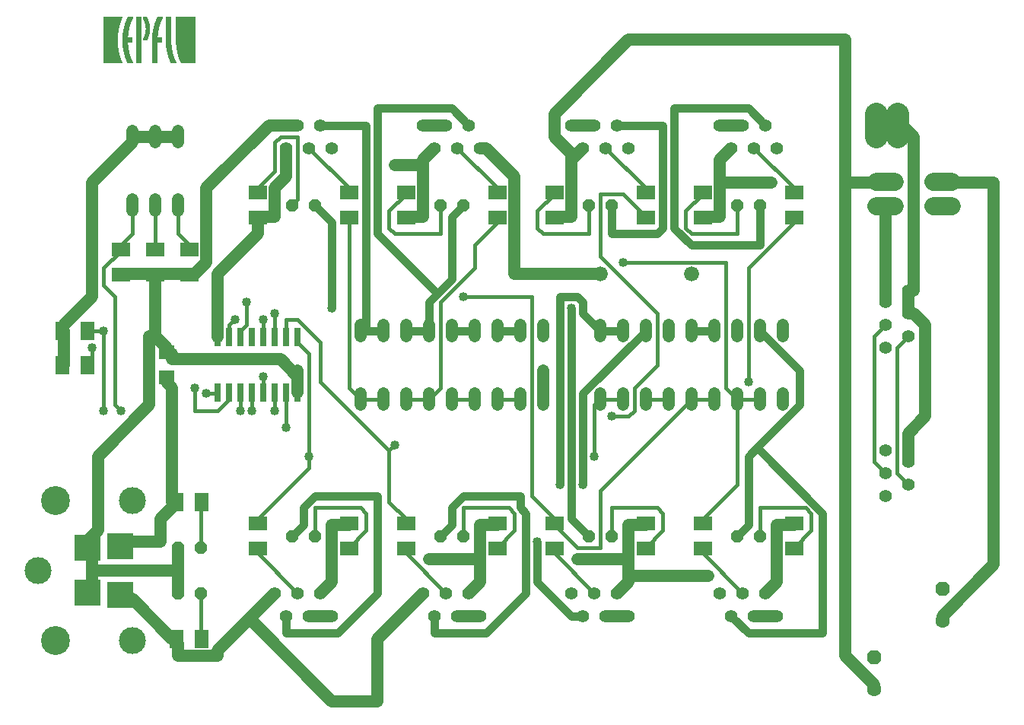
<source format=gtl>
G75*
G70*
%OFA0B0*%
%FSLAX24Y24*%
%IPPOS*%
%LPD*%
%AMOC8*
5,1,8,0,0,1.08239X$1,22.5*
%
%ADD10C,0.0010*%
%ADD11R,0.0260X0.0800*%
%ADD12C,0.0520*%
%ADD13C,0.0554*%
%ADD14R,0.0787X0.0630*%
%ADD15OC8,0.0520*%
%ADD16C,0.0660*%
%ADD17C,0.0787*%
%ADD18C,0.1181*%
%ADD19C,0.1266*%
%ADD20R,0.1181X0.1181*%
%ADD21R,0.0630X0.0787*%
%ADD22C,0.1000*%
%ADD23OC8,0.0630*%
%ADD24C,0.0630*%
%ADD25R,0.0709X0.0630*%
%ADD26C,0.0540*%
%ADD27C,0.0400*%
%ADD28C,0.0180*%
%ADD29C,0.0360*%
D10*
X003832Y029944D02*
X003832Y031944D01*
X004632Y031944D01*
X004546Y031707D01*
X004483Y031464D01*
X004445Y031215D01*
X004432Y030964D01*
X004432Y030924D01*
X004445Y030673D01*
X004483Y030424D01*
X004546Y030180D01*
X004632Y029944D01*
X003832Y029944D01*
X003832Y029946D02*
X004631Y029946D01*
X004628Y029955D02*
X003832Y029955D01*
X003832Y029963D02*
X004625Y029963D01*
X004622Y029972D02*
X003832Y029972D01*
X003832Y029980D02*
X004618Y029980D01*
X004615Y029989D02*
X003832Y029989D01*
X003832Y029997D02*
X004612Y029997D01*
X004609Y030006D02*
X003832Y030006D01*
X003832Y030014D02*
X004606Y030014D01*
X004603Y030023D02*
X003832Y030023D01*
X003832Y030031D02*
X004600Y030031D01*
X004597Y030040D02*
X003832Y030040D01*
X003832Y030048D02*
X004594Y030048D01*
X004591Y030057D02*
X003832Y030057D01*
X003832Y030065D02*
X004588Y030065D01*
X004584Y030074D02*
X003832Y030074D01*
X003832Y030082D02*
X004581Y030082D01*
X004578Y030091D02*
X003832Y030091D01*
X003832Y030099D02*
X004575Y030099D01*
X004572Y030108D02*
X003832Y030108D01*
X003832Y030116D02*
X004569Y030116D01*
X004566Y030125D02*
X003832Y030125D01*
X003832Y030133D02*
X004563Y030133D01*
X004560Y030142D02*
X003832Y030142D01*
X003832Y030150D02*
X004557Y030150D01*
X004554Y030159D02*
X003832Y030159D01*
X003832Y030167D02*
X004550Y030167D01*
X004547Y030176D02*
X003832Y030176D01*
X003832Y030184D02*
X004545Y030184D01*
X004543Y030193D02*
X003832Y030193D01*
X003832Y030201D02*
X004540Y030201D01*
X004538Y030210D02*
X003832Y030210D01*
X003832Y030218D02*
X004536Y030218D01*
X004534Y030227D02*
X003832Y030227D01*
X003832Y030235D02*
X004532Y030235D01*
X004529Y030244D02*
X003832Y030244D01*
X003832Y030252D02*
X004527Y030252D01*
X004525Y030261D02*
X003832Y030261D01*
X003832Y030269D02*
X004523Y030269D01*
X004521Y030278D02*
X003832Y030278D01*
X003832Y030286D02*
X004519Y030286D01*
X004516Y030295D02*
X003832Y030295D01*
X003832Y030303D02*
X004514Y030303D01*
X004512Y030312D02*
X003832Y030312D01*
X003832Y030320D02*
X004510Y030320D01*
X004508Y030329D02*
X003832Y030329D01*
X003832Y030337D02*
X004506Y030337D01*
X004503Y030346D02*
X003832Y030346D01*
X003832Y030354D02*
X004501Y030354D01*
X004499Y030363D02*
X003832Y030363D01*
X003832Y030371D02*
X004497Y030371D01*
X004495Y030380D02*
X003832Y030380D01*
X003832Y030388D02*
X004492Y030388D01*
X004490Y030397D02*
X003832Y030397D01*
X003832Y030405D02*
X004488Y030405D01*
X004486Y030414D02*
X003832Y030414D01*
X003832Y030422D02*
X004484Y030422D01*
X004482Y030431D02*
X003832Y030431D01*
X003832Y030439D02*
X004481Y030439D01*
X004480Y030448D02*
X003832Y030448D01*
X003832Y030456D02*
X004478Y030456D01*
X004477Y030465D02*
X003832Y030465D01*
X003832Y030473D02*
X004476Y030473D01*
X004474Y030482D02*
X003832Y030482D01*
X003832Y030490D02*
X004473Y030490D01*
X004472Y030499D02*
X003832Y030499D01*
X003832Y030507D02*
X004471Y030507D01*
X004469Y030516D02*
X003832Y030516D01*
X003832Y030524D02*
X004468Y030524D01*
X004467Y030533D02*
X003832Y030533D01*
X003832Y030541D02*
X004465Y030541D01*
X004464Y030550D02*
X003832Y030550D01*
X003832Y030558D02*
X004463Y030558D01*
X004461Y030567D02*
X003832Y030567D01*
X003832Y030575D02*
X004460Y030575D01*
X004459Y030584D02*
X003832Y030584D01*
X003832Y030592D02*
X004458Y030592D01*
X004456Y030601D02*
X003832Y030601D01*
X003832Y030609D02*
X004455Y030609D01*
X004454Y030618D02*
X003832Y030618D01*
X003832Y030626D02*
X004452Y030626D01*
X004451Y030635D02*
X003832Y030635D01*
X003832Y030643D02*
X004450Y030643D01*
X004448Y030652D02*
X003832Y030652D01*
X003832Y030660D02*
X004447Y030660D01*
X004446Y030669D02*
X003832Y030669D01*
X003832Y030677D02*
X004445Y030677D01*
X004444Y030686D02*
X003832Y030686D01*
X003832Y030694D02*
X004444Y030694D01*
X004444Y030703D02*
X003832Y030703D01*
X003832Y030711D02*
X004443Y030711D01*
X004443Y030720D02*
X003832Y030720D01*
X003832Y030728D02*
X004442Y030728D01*
X004442Y030737D02*
X003832Y030737D01*
X003832Y030745D02*
X004441Y030745D01*
X004441Y030754D02*
X003832Y030754D01*
X003832Y030762D02*
X004440Y030762D01*
X004440Y030771D02*
X003832Y030771D01*
X003832Y030779D02*
X004439Y030779D01*
X004439Y030788D02*
X003832Y030788D01*
X003832Y030796D02*
X004439Y030796D01*
X004438Y030805D02*
X003832Y030805D01*
X003832Y030813D02*
X004438Y030813D01*
X004437Y030822D02*
X003832Y030822D01*
X003832Y030830D02*
X004437Y030830D01*
X004436Y030839D02*
X003832Y030839D01*
X003832Y030847D02*
X004436Y030847D01*
X004435Y030856D02*
X003832Y030856D01*
X003832Y030864D02*
X004435Y030864D01*
X004434Y030873D02*
X003832Y030873D01*
X003832Y030881D02*
X004434Y030881D01*
X004433Y030890D02*
X003832Y030890D01*
X003832Y030898D02*
X004433Y030898D01*
X004433Y030907D02*
X003832Y030907D01*
X003832Y030915D02*
X004432Y030915D01*
X004432Y030924D02*
X003832Y030924D01*
X003832Y030932D02*
X004432Y030932D01*
X004432Y030941D02*
X003832Y030941D01*
X003832Y030949D02*
X004432Y030949D01*
X004432Y030958D02*
X003832Y030958D01*
X003832Y030966D02*
X004432Y030966D01*
X004432Y030975D02*
X003832Y030975D01*
X003832Y030983D02*
X004433Y030983D01*
X004433Y030992D02*
X003832Y030992D01*
X003832Y031000D02*
X004434Y031000D01*
X004434Y031009D02*
X003832Y031009D01*
X003832Y031017D02*
X004435Y031017D01*
X004435Y031026D02*
X003832Y031026D01*
X003832Y031034D02*
X004435Y031034D01*
X004436Y031043D02*
X003832Y031043D01*
X003832Y031051D02*
X004436Y031051D01*
X004437Y031060D02*
X003832Y031060D01*
X003832Y031068D02*
X004437Y031068D01*
X004438Y031077D02*
X003832Y031077D01*
X003832Y031085D02*
X004438Y031085D01*
X004439Y031094D02*
X003832Y031094D01*
X003832Y031102D02*
X004439Y031102D01*
X004440Y031111D02*
X003832Y031111D01*
X003832Y031119D02*
X004440Y031119D01*
X004440Y031128D02*
X003832Y031128D01*
X003832Y031136D02*
X004441Y031136D01*
X004441Y031145D02*
X003832Y031145D01*
X003832Y031153D02*
X004442Y031153D01*
X004442Y031162D02*
X003832Y031162D01*
X003832Y031170D02*
X004443Y031170D01*
X004443Y031179D02*
X003832Y031179D01*
X003832Y031187D02*
X004444Y031187D01*
X004444Y031196D02*
X003832Y031196D01*
X003832Y031204D02*
X004445Y031204D01*
X004445Y031213D02*
X003832Y031213D01*
X003832Y031221D02*
X004446Y031221D01*
X004447Y031230D02*
X003832Y031230D01*
X003832Y031238D02*
X004449Y031238D01*
X004450Y031247D02*
X003832Y031247D01*
X003832Y031255D02*
X004451Y031255D01*
X004453Y031264D02*
X003832Y031264D01*
X003832Y031272D02*
X004454Y031272D01*
X004455Y031281D02*
X003832Y031281D01*
X003832Y031289D02*
X004457Y031289D01*
X004458Y031298D02*
X003832Y031298D01*
X003832Y031306D02*
X004459Y031306D01*
X004460Y031315D02*
X003832Y031315D01*
X003832Y031323D02*
X004462Y031323D01*
X004463Y031332D02*
X003832Y031332D01*
X003832Y031340D02*
X004464Y031340D01*
X004466Y031349D02*
X003832Y031349D01*
X003832Y031357D02*
X004467Y031357D01*
X004468Y031366D02*
X003832Y031366D01*
X003832Y031374D02*
X004470Y031374D01*
X004471Y031383D02*
X003832Y031383D01*
X003832Y031391D02*
X004472Y031391D01*
X004473Y031400D02*
X003832Y031400D01*
X003832Y031408D02*
X004475Y031408D01*
X004476Y031417D02*
X003832Y031417D01*
X003832Y031425D02*
X004477Y031425D01*
X004479Y031434D02*
X003832Y031434D01*
X003832Y031442D02*
X004480Y031442D01*
X004481Y031451D02*
X003832Y031451D01*
X003832Y031459D02*
X004483Y031459D01*
X004484Y031468D02*
X003832Y031468D01*
X003832Y031476D02*
X004486Y031476D01*
X004489Y031485D02*
X003832Y031485D01*
X003832Y031493D02*
X004491Y031493D01*
X004493Y031502D02*
X003832Y031502D01*
X003832Y031510D02*
X004495Y031510D01*
X004497Y031519D02*
X003832Y031519D01*
X003832Y031527D02*
X004500Y031527D01*
X004502Y031536D02*
X003832Y031536D01*
X003832Y031544D02*
X004504Y031544D01*
X004506Y031553D02*
X003832Y031553D01*
X003832Y031561D02*
X004508Y031561D01*
X004510Y031570D02*
X003832Y031570D01*
X003832Y031578D02*
X004513Y031578D01*
X004515Y031587D02*
X003832Y031587D01*
X003832Y031595D02*
X004517Y031595D01*
X004519Y031604D02*
X003832Y031604D01*
X003832Y031612D02*
X004521Y031612D01*
X004523Y031621D02*
X003832Y031621D01*
X003832Y031629D02*
X004526Y031629D01*
X004528Y031638D02*
X003832Y031638D01*
X003832Y031646D02*
X004530Y031646D01*
X004532Y031655D02*
X003832Y031655D01*
X003832Y031663D02*
X004534Y031663D01*
X004537Y031672D02*
X003832Y031672D01*
X003832Y031680D02*
X004539Y031680D01*
X004541Y031689D02*
X003832Y031689D01*
X003832Y031697D02*
X004543Y031697D01*
X004545Y031706D02*
X003832Y031706D01*
X003832Y031714D02*
X004548Y031714D01*
X004551Y031723D02*
X003832Y031723D01*
X003832Y031731D02*
X004554Y031731D01*
X004557Y031740D02*
X003832Y031740D01*
X003832Y031748D02*
X004560Y031748D01*
X004564Y031757D02*
X003832Y031757D01*
X003832Y031765D02*
X004567Y031765D01*
X004570Y031774D02*
X003832Y031774D01*
X003832Y031782D02*
X004573Y031782D01*
X004576Y031791D02*
X003832Y031791D01*
X003832Y031799D02*
X004579Y031799D01*
X004582Y031808D02*
X003832Y031808D01*
X003832Y031816D02*
X004585Y031816D01*
X004588Y031825D02*
X003832Y031825D01*
X003832Y031833D02*
X004591Y031833D01*
X004594Y031842D02*
X003832Y031842D01*
X003832Y031850D02*
X004598Y031850D01*
X004601Y031859D02*
X003832Y031859D01*
X003832Y031867D02*
X004604Y031867D01*
X004607Y031876D02*
X003832Y031876D01*
X003832Y031884D02*
X004610Y031884D01*
X004613Y031893D02*
X003832Y031893D01*
X003832Y031901D02*
X004616Y031901D01*
X004619Y031910D02*
X003832Y031910D01*
X003832Y031918D02*
X004622Y031918D01*
X004625Y031927D02*
X003832Y031927D01*
X003832Y031935D02*
X004628Y031935D01*
X004632Y031944D02*
X003832Y031944D01*
X004789Y031680D02*
X005000Y031680D01*
X004997Y031672D02*
X004787Y031672D01*
X004785Y031663D02*
X004994Y031663D01*
X004992Y031655D02*
X004782Y031655D01*
X004780Y031646D02*
X004989Y031646D01*
X004986Y031638D02*
X004778Y031638D01*
X004775Y031629D02*
X004983Y031629D01*
X004981Y031621D02*
X004773Y031621D01*
X004771Y031612D02*
X004978Y031612D01*
X004975Y031604D02*
X004768Y031604D01*
X004766Y031595D02*
X004972Y031595D01*
X004969Y031587D02*
X004764Y031587D01*
X004761Y031578D02*
X004967Y031578D01*
X004964Y031570D02*
X004759Y031570D01*
X004756Y031561D02*
X004961Y031561D01*
X004958Y031553D02*
X004754Y031553D01*
X004752Y031544D02*
X004956Y031544D01*
X004953Y031536D02*
X004749Y031536D01*
X004747Y031527D02*
X004950Y031527D01*
X004947Y031519D02*
X004745Y031519D01*
X004742Y031510D02*
X004945Y031510D01*
X004944Y031507D02*
X004895Y031277D01*
X004872Y031044D01*
X005072Y031044D01*
X005072Y030844D01*
X004872Y030844D01*
X004895Y030611D01*
X004944Y030381D01*
X005016Y030158D01*
X005112Y029944D01*
X004891Y029944D01*
X004798Y030179D01*
X004730Y030422D01*
X004935Y030422D01*
X004937Y030414D02*
X004732Y030414D01*
X004730Y030422D02*
X004688Y030671D01*
X004672Y030924D01*
X004672Y030944D01*
X004686Y031201D01*
X004727Y031456D01*
X004796Y031704D01*
X004891Y031944D01*
X005112Y031944D01*
X005016Y031730D01*
X004944Y031507D01*
X004942Y031502D02*
X004740Y031502D01*
X004738Y031493D02*
X004941Y031493D01*
X004939Y031485D02*
X004735Y031485D01*
X004733Y031476D02*
X004937Y031476D01*
X004935Y031468D02*
X004731Y031468D01*
X004728Y031459D02*
X004934Y031459D01*
X004932Y031451D02*
X004726Y031451D01*
X004725Y031442D02*
X004930Y031442D01*
X004928Y031434D02*
X004724Y031434D01*
X004722Y031425D02*
X004926Y031425D01*
X004925Y031417D02*
X004721Y031417D01*
X004719Y031408D02*
X004923Y031408D01*
X004921Y031400D02*
X004718Y031400D01*
X004717Y031391D02*
X004919Y031391D01*
X004917Y031383D02*
X004715Y031383D01*
X004714Y031374D02*
X004916Y031374D01*
X004914Y031366D02*
X004713Y031366D01*
X004711Y031357D02*
X004912Y031357D01*
X004910Y031349D02*
X004710Y031349D01*
X004708Y031340D02*
X004909Y031340D01*
X004907Y031332D02*
X004707Y031332D01*
X004706Y031323D02*
X004905Y031323D01*
X004903Y031315D02*
X004704Y031315D01*
X004703Y031306D02*
X004901Y031306D01*
X004900Y031298D02*
X004701Y031298D01*
X004700Y031289D02*
X004898Y031289D01*
X004896Y031281D02*
X004699Y031281D01*
X004697Y031272D02*
X004895Y031272D01*
X004894Y031264D02*
X004696Y031264D01*
X004694Y031255D02*
X004893Y031255D01*
X004892Y031247D02*
X004693Y031247D01*
X004692Y031238D02*
X004891Y031238D01*
X004891Y031230D02*
X004690Y031230D01*
X004689Y031221D02*
X004890Y031221D01*
X004889Y031213D02*
X004687Y031213D01*
X004686Y031204D02*
X004888Y031204D01*
X004887Y031196D02*
X004685Y031196D01*
X004685Y031187D02*
X004886Y031187D01*
X004885Y031179D02*
X004684Y031179D01*
X004684Y031170D02*
X004885Y031170D01*
X004884Y031162D02*
X004684Y031162D01*
X004683Y031153D02*
X004883Y031153D01*
X004882Y031145D02*
X004683Y031145D01*
X004682Y031136D02*
X004881Y031136D01*
X004880Y031128D02*
X004682Y031128D01*
X004681Y031119D02*
X004879Y031119D01*
X004879Y031111D02*
X004681Y031111D01*
X004680Y031102D02*
X004878Y031102D01*
X004877Y031094D02*
X004680Y031094D01*
X004679Y031085D02*
X004876Y031085D01*
X004875Y031077D02*
X004679Y031077D01*
X004678Y031068D02*
X004874Y031068D01*
X004873Y031060D02*
X004678Y031060D01*
X004678Y031051D02*
X004873Y031051D01*
X004677Y031043D02*
X005072Y031043D01*
X005072Y031034D02*
X004677Y031034D01*
X004676Y031026D02*
X005072Y031026D01*
X005072Y031017D02*
X004676Y031017D01*
X004675Y031009D02*
X005072Y031009D01*
X005072Y031000D02*
X004675Y031000D01*
X004674Y030992D02*
X005072Y030992D01*
X005072Y030983D02*
X004674Y030983D01*
X004673Y030975D02*
X005072Y030975D01*
X005072Y030966D02*
X004673Y030966D01*
X004673Y030958D02*
X005072Y030958D01*
X005072Y030949D02*
X004672Y030949D01*
X004672Y030941D02*
X005072Y030941D01*
X005072Y030932D02*
X004672Y030932D01*
X004672Y030924D02*
X005072Y030924D01*
X005072Y030915D02*
X004672Y030915D01*
X004673Y030907D02*
X005072Y030907D01*
X005072Y030898D02*
X004673Y030898D01*
X004674Y030890D02*
X005072Y030890D01*
X005072Y030881D02*
X004674Y030881D01*
X004675Y030873D02*
X005072Y030873D01*
X005072Y030864D02*
X004676Y030864D01*
X004676Y030856D02*
X005072Y030856D01*
X005072Y030847D02*
X004677Y030847D01*
X004677Y030839D02*
X004872Y030839D01*
X004873Y030830D02*
X004678Y030830D01*
X004678Y030822D02*
X004874Y030822D01*
X004875Y030813D02*
X004679Y030813D01*
X004679Y030805D02*
X004876Y030805D01*
X004877Y030796D02*
X004680Y030796D01*
X004680Y030788D02*
X004877Y030788D01*
X004878Y030779D02*
X004681Y030779D01*
X004681Y030771D02*
X004879Y030771D01*
X004880Y030762D02*
X004682Y030762D01*
X004682Y030754D02*
X004881Y030754D01*
X004882Y030745D02*
X004683Y030745D01*
X004684Y030737D02*
X004883Y030737D01*
X004883Y030728D02*
X004684Y030728D01*
X004685Y030720D02*
X004884Y030720D01*
X004885Y030711D02*
X004685Y030711D01*
X004686Y030703D02*
X004886Y030703D01*
X004887Y030694D02*
X004686Y030694D01*
X004687Y030686D02*
X004888Y030686D01*
X004889Y030677D02*
X004687Y030677D01*
X004688Y030669D02*
X004889Y030669D01*
X004890Y030660D02*
X004690Y030660D01*
X004691Y030652D02*
X004891Y030652D01*
X004892Y030643D02*
X004692Y030643D01*
X004694Y030635D02*
X004893Y030635D01*
X004894Y030626D02*
X004695Y030626D01*
X004697Y030618D02*
X004895Y030618D01*
X004896Y030609D02*
X004698Y030609D01*
X004700Y030601D02*
X004897Y030601D01*
X004899Y030592D02*
X004701Y030592D01*
X004702Y030584D02*
X004901Y030584D01*
X004903Y030575D02*
X004704Y030575D01*
X004705Y030567D02*
X004905Y030567D01*
X004906Y030558D02*
X004707Y030558D01*
X004708Y030550D02*
X004908Y030550D01*
X004910Y030541D02*
X004710Y030541D01*
X004711Y030533D02*
X004912Y030533D01*
X004913Y030524D02*
X004713Y030524D01*
X004714Y030516D02*
X004915Y030516D01*
X004917Y030507D02*
X004715Y030507D01*
X004717Y030499D02*
X004919Y030499D01*
X004921Y030490D02*
X004718Y030490D01*
X004720Y030482D02*
X004922Y030482D01*
X004924Y030473D02*
X004721Y030473D01*
X004723Y030465D02*
X004926Y030465D01*
X004928Y030456D02*
X004724Y030456D01*
X004726Y030448D02*
X004930Y030448D01*
X004931Y030439D02*
X004727Y030439D01*
X004728Y030431D02*
X004933Y030431D01*
X004938Y030405D02*
X004735Y030405D01*
X004737Y030397D02*
X004940Y030397D01*
X004942Y030388D02*
X004739Y030388D01*
X004742Y030380D02*
X004944Y030380D01*
X004947Y030371D02*
X004744Y030371D01*
X004747Y030363D02*
X004950Y030363D01*
X004952Y030354D02*
X004749Y030354D01*
X004751Y030346D02*
X004955Y030346D01*
X004958Y030337D02*
X004754Y030337D01*
X004756Y030329D02*
X004961Y030329D01*
X004963Y030320D02*
X004758Y030320D01*
X004761Y030312D02*
X004966Y030312D01*
X004969Y030303D02*
X004763Y030303D01*
X004766Y030295D02*
X004972Y030295D01*
X004974Y030286D02*
X004768Y030286D01*
X004770Y030278D02*
X004977Y030278D01*
X004980Y030269D02*
X004773Y030269D01*
X004775Y030261D02*
X004983Y030261D01*
X004985Y030252D02*
X004777Y030252D01*
X004780Y030244D02*
X004988Y030244D01*
X004991Y030235D02*
X004782Y030235D01*
X004785Y030227D02*
X004994Y030227D01*
X004996Y030218D02*
X004787Y030218D01*
X004789Y030210D02*
X004999Y030210D01*
X005002Y030201D02*
X004792Y030201D01*
X004794Y030193D02*
X005005Y030193D01*
X005007Y030184D02*
X004797Y030184D01*
X004799Y030176D02*
X005010Y030176D01*
X005013Y030167D02*
X004803Y030167D01*
X004806Y030159D02*
X005016Y030159D01*
X005019Y030150D02*
X004809Y030150D01*
X004813Y030142D02*
X005023Y030142D01*
X005027Y030133D02*
X004816Y030133D01*
X004820Y030125D02*
X005031Y030125D01*
X005035Y030116D02*
X004823Y030116D01*
X004826Y030108D02*
X005038Y030108D01*
X005042Y030099D02*
X004830Y030099D01*
X004833Y030091D02*
X005046Y030091D01*
X005050Y030082D02*
X004836Y030082D01*
X004840Y030074D02*
X005054Y030074D01*
X005057Y030065D02*
X004843Y030065D01*
X004847Y030057D02*
X005061Y030057D01*
X005065Y030048D02*
X004850Y030048D01*
X004853Y030040D02*
X005069Y030040D01*
X005073Y030031D02*
X004857Y030031D01*
X004860Y030023D02*
X005076Y030023D01*
X005080Y030014D02*
X004864Y030014D01*
X004867Y030006D02*
X005084Y030006D01*
X005088Y029997D02*
X004870Y029997D01*
X004874Y029989D02*
X005092Y029989D01*
X005095Y029980D02*
X004877Y029980D01*
X004880Y029972D02*
X005099Y029972D01*
X005103Y029963D02*
X004884Y029963D01*
X004887Y029955D02*
X005107Y029955D01*
X005111Y029946D02*
X004891Y029946D01*
X005272Y029946D02*
X005472Y029946D01*
X005472Y029944D02*
X005272Y029944D01*
X005272Y031944D01*
X005472Y031944D01*
X005472Y029944D01*
X005472Y029955D02*
X005272Y029955D01*
X005272Y029963D02*
X005472Y029963D01*
X005472Y029972D02*
X005272Y029972D01*
X005272Y029980D02*
X005472Y029980D01*
X005472Y029989D02*
X005272Y029989D01*
X005272Y029997D02*
X005472Y029997D01*
X005472Y030006D02*
X005272Y030006D01*
X005272Y030014D02*
X005472Y030014D01*
X005472Y030023D02*
X005272Y030023D01*
X005272Y030031D02*
X005472Y030031D01*
X005472Y030040D02*
X005272Y030040D01*
X005272Y030048D02*
X005472Y030048D01*
X005472Y030057D02*
X005272Y030057D01*
X005272Y030065D02*
X005472Y030065D01*
X005472Y030074D02*
X005272Y030074D01*
X005272Y030082D02*
X005472Y030082D01*
X005472Y030091D02*
X005272Y030091D01*
X005272Y030099D02*
X005472Y030099D01*
X005472Y030108D02*
X005272Y030108D01*
X005272Y030116D02*
X005472Y030116D01*
X005472Y030125D02*
X005272Y030125D01*
X005272Y030133D02*
X005472Y030133D01*
X005472Y030142D02*
X005272Y030142D01*
X005272Y030150D02*
X005472Y030150D01*
X005472Y030159D02*
X005272Y030159D01*
X005272Y030167D02*
X005472Y030167D01*
X005472Y030176D02*
X005272Y030176D01*
X005272Y030184D02*
X005472Y030184D01*
X005472Y030193D02*
X005272Y030193D01*
X005272Y030201D02*
X005472Y030201D01*
X005472Y030210D02*
X005272Y030210D01*
X005272Y030218D02*
X005472Y030218D01*
X005472Y030227D02*
X005272Y030227D01*
X005272Y030235D02*
X005472Y030235D01*
X005472Y030244D02*
X005272Y030244D01*
X005272Y030252D02*
X005472Y030252D01*
X005472Y030261D02*
X005272Y030261D01*
X005272Y030269D02*
X005472Y030269D01*
X005472Y030278D02*
X005272Y030278D01*
X005272Y030286D02*
X005472Y030286D01*
X005472Y030295D02*
X005272Y030295D01*
X005272Y030303D02*
X005472Y030303D01*
X005472Y030312D02*
X005272Y030312D01*
X005272Y030320D02*
X005472Y030320D01*
X005472Y030329D02*
X005272Y030329D01*
X005272Y030337D02*
X005472Y030337D01*
X005472Y030346D02*
X005272Y030346D01*
X005272Y030354D02*
X005472Y030354D01*
X005472Y030363D02*
X005272Y030363D01*
X005272Y030371D02*
X005472Y030371D01*
X005472Y030380D02*
X005272Y030380D01*
X005272Y030388D02*
X005472Y030388D01*
X005472Y030397D02*
X005272Y030397D01*
X005272Y030405D02*
X005472Y030405D01*
X005472Y030414D02*
X005272Y030414D01*
X005272Y030422D02*
X005472Y030422D01*
X005472Y030431D02*
X005272Y030431D01*
X005272Y030439D02*
X005472Y030439D01*
X005472Y030448D02*
X005272Y030448D01*
X005272Y030456D02*
X005472Y030456D01*
X005472Y030465D02*
X005272Y030465D01*
X005272Y030473D02*
X005472Y030473D01*
X005472Y030482D02*
X005272Y030482D01*
X005272Y030490D02*
X005472Y030490D01*
X005472Y030499D02*
X005272Y030499D01*
X005272Y030507D02*
X005472Y030507D01*
X005472Y030516D02*
X005272Y030516D01*
X005272Y030524D02*
X005472Y030524D01*
X005472Y030533D02*
X005272Y030533D01*
X005272Y030541D02*
X005472Y030541D01*
X005472Y030550D02*
X005272Y030550D01*
X005272Y030558D02*
X005472Y030558D01*
X005472Y030567D02*
X005272Y030567D01*
X005272Y030575D02*
X005472Y030575D01*
X005472Y030584D02*
X005272Y030584D01*
X005272Y030592D02*
X005472Y030592D01*
X005472Y030601D02*
X005272Y030601D01*
X005272Y030609D02*
X005472Y030609D01*
X005472Y030618D02*
X005272Y030618D01*
X005272Y030626D02*
X005472Y030626D01*
X005472Y030635D02*
X005272Y030635D01*
X005272Y030643D02*
X005472Y030643D01*
X005472Y030652D02*
X005272Y030652D01*
X005272Y030660D02*
X005472Y030660D01*
X005472Y030669D02*
X005272Y030669D01*
X005272Y030677D02*
X005472Y030677D01*
X005472Y030686D02*
X005272Y030686D01*
X005272Y030694D02*
X005472Y030694D01*
X005472Y030703D02*
X005272Y030703D01*
X005272Y030711D02*
X005472Y030711D01*
X005472Y030720D02*
X005272Y030720D01*
X005272Y030728D02*
X005472Y030728D01*
X005472Y030737D02*
X005272Y030737D01*
X005272Y030745D02*
X005472Y030745D01*
X005472Y030754D02*
X005272Y030754D01*
X005272Y030762D02*
X005472Y030762D01*
X005472Y030771D02*
X005272Y030771D01*
X005272Y030779D02*
X005472Y030779D01*
X005472Y030788D02*
X005272Y030788D01*
X005272Y030796D02*
X005472Y030796D01*
X005472Y030805D02*
X005272Y030805D01*
X005272Y030813D02*
X005472Y030813D01*
X005472Y030822D02*
X005272Y030822D01*
X005272Y030830D02*
X005472Y030830D01*
X005472Y030839D02*
X005272Y030839D01*
X005272Y030847D02*
X005472Y030847D01*
X005472Y030856D02*
X005272Y030856D01*
X005272Y030864D02*
X005472Y030864D01*
X005472Y030873D02*
X005272Y030873D01*
X005272Y030881D02*
X005472Y030881D01*
X005472Y030890D02*
X005272Y030890D01*
X005272Y030898D02*
X005472Y030898D01*
X005472Y030907D02*
X005272Y030907D01*
X005272Y030915D02*
X005472Y030915D01*
X005472Y030924D02*
X005272Y030924D01*
X005272Y030932D02*
X005472Y030932D01*
X005472Y030941D02*
X005272Y030941D01*
X005272Y030949D02*
X005472Y030949D01*
X005472Y030958D02*
X005272Y030958D01*
X005272Y030966D02*
X005472Y030966D01*
X005472Y030975D02*
X005272Y030975D01*
X005272Y030983D02*
X005472Y030983D01*
X005472Y030992D02*
X005272Y030992D01*
X005272Y031000D02*
X005472Y031000D01*
X005472Y031009D02*
X005272Y031009D01*
X005272Y031017D02*
X005472Y031017D01*
X005472Y031026D02*
X005272Y031026D01*
X005272Y031034D02*
X005472Y031034D01*
X005472Y031043D02*
X005272Y031043D01*
X005272Y031051D02*
X005472Y031051D01*
X005472Y031060D02*
X005272Y031060D01*
X005272Y031068D02*
X005472Y031068D01*
X005472Y031077D02*
X005272Y031077D01*
X005272Y031085D02*
X005472Y031085D01*
X005472Y031094D02*
X005272Y031094D01*
X005272Y031102D02*
X005472Y031102D01*
X005472Y031111D02*
X005272Y031111D01*
X005272Y031119D02*
X005472Y031119D01*
X005472Y031128D02*
X005272Y031128D01*
X005272Y031136D02*
X005472Y031136D01*
X005472Y031145D02*
X005272Y031145D01*
X005272Y031153D02*
X005472Y031153D01*
X005472Y031162D02*
X005272Y031162D01*
X005272Y031170D02*
X005472Y031170D01*
X005472Y031179D02*
X005272Y031179D01*
X005272Y031187D02*
X005472Y031187D01*
X005472Y031196D02*
X005272Y031196D01*
X005272Y031204D02*
X005472Y031204D01*
X005472Y031213D02*
X005272Y031213D01*
X005272Y031221D02*
X005472Y031221D01*
X005472Y031230D02*
X005272Y031230D01*
X005272Y031238D02*
X005472Y031238D01*
X005472Y031247D02*
X005272Y031247D01*
X005272Y031255D02*
X005472Y031255D01*
X005472Y031264D02*
X005272Y031264D01*
X005272Y031272D02*
X005472Y031272D01*
X005472Y031281D02*
X005272Y031281D01*
X005272Y031289D02*
X005472Y031289D01*
X005472Y031298D02*
X005272Y031298D01*
X005272Y031306D02*
X005472Y031306D01*
X005472Y031315D02*
X005272Y031315D01*
X005272Y031323D02*
X005472Y031323D01*
X005472Y031332D02*
X005272Y031332D01*
X005272Y031340D02*
X005472Y031340D01*
X005472Y031349D02*
X005272Y031349D01*
X005272Y031357D02*
X005472Y031357D01*
X005472Y031366D02*
X005272Y031366D01*
X005272Y031374D02*
X005472Y031374D01*
X005472Y031383D02*
X005272Y031383D01*
X005272Y031391D02*
X005472Y031391D01*
X005472Y031400D02*
X005272Y031400D01*
X005272Y031408D02*
X005472Y031408D01*
X005472Y031417D02*
X005272Y031417D01*
X005272Y031425D02*
X005472Y031425D01*
X005472Y031434D02*
X005272Y031434D01*
X005272Y031442D02*
X005472Y031442D01*
X005472Y031451D02*
X005272Y031451D01*
X005272Y031459D02*
X005472Y031459D01*
X005472Y031468D02*
X005272Y031468D01*
X005272Y031476D02*
X005472Y031476D01*
X005472Y031485D02*
X005272Y031485D01*
X005272Y031493D02*
X005472Y031493D01*
X005472Y031502D02*
X005272Y031502D01*
X005272Y031510D02*
X005472Y031510D01*
X005472Y031519D02*
X005272Y031519D01*
X005272Y031527D02*
X005472Y031527D01*
X005472Y031536D02*
X005272Y031536D01*
X005272Y031544D02*
X005472Y031544D01*
X005472Y031553D02*
X005272Y031553D01*
X005272Y031561D02*
X005472Y031561D01*
X005472Y031570D02*
X005272Y031570D01*
X005272Y031578D02*
X005472Y031578D01*
X005472Y031587D02*
X005272Y031587D01*
X005272Y031595D02*
X005472Y031595D01*
X005472Y031604D02*
X005272Y031604D01*
X005272Y031612D02*
X005472Y031612D01*
X005472Y031621D02*
X005272Y031621D01*
X005272Y031629D02*
X005472Y031629D01*
X005472Y031638D02*
X005272Y031638D01*
X005272Y031646D02*
X005472Y031646D01*
X005472Y031655D02*
X005272Y031655D01*
X005272Y031663D02*
X005472Y031663D01*
X005472Y031672D02*
X005272Y031672D01*
X005272Y031680D02*
X005472Y031680D01*
X005472Y031689D02*
X005272Y031689D01*
X005272Y031697D02*
X005472Y031697D01*
X005472Y031706D02*
X005272Y031706D01*
X005272Y031714D02*
X005472Y031714D01*
X005472Y031723D02*
X005272Y031723D01*
X005272Y031731D02*
X005472Y031731D01*
X005472Y031740D02*
X005272Y031740D01*
X005272Y031748D02*
X005472Y031748D01*
X005472Y031757D02*
X005272Y031757D01*
X005272Y031765D02*
X005472Y031765D01*
X005472Y031774D02*
X005272Y031774D01*
X005272Y031782D02*
X005472Y031782D01*
X005472Y031791D02*
X005272Y031791D01*
X005272Y031799D02*
X005472Y031799D01*
X005472Y031808D02*
X005272Y031808D01*
X005272Y031816D02*
X005472Y031816D01*
X005472Y031825D02*
X005272Y031825D01*
X005272Y031833D02*
X005472Y031833D01*
X005472Y031842D02*
X005272Y031842D01*
X005272Y031850D02*
X005472Y031850D01*
X005472Y031859D02*
X005272Y031859D01*
X005272Y031867D02*
X005472Y031867D01*
X005472Y031876D02*
X005272Y031876D01*
X005272Y031884D02*
X005472Y031884D01*
X005472Y031893D02*
X005272Y031893D01*
X005272Y031901D02*
X005472Y031901D01*
X005472Y031910D02*
X005272Y031910D01*
X005272Y031918D02*
X005472Y031918D01*
X005472Y031927D02*
X005272Y031927D01*
X005272Y031935D02*
X005472Y031935D01*
X005472Y031944D02*
X005272Y031944D01*
X005111Y031944D02*
X004891Y031944D01*
X004888Y031935D02*
X005108Y031935D01*
X005104Y031927D02*
X004885Y031927D01*
X004881Y031918D02*
X005100Y031918D01*
X005096Y031910D02*
X004878Y031910D01*
X004874Y031901D02*
X005092Y031901D01*
X005089Y031893D02*
X004871Y031893D01*
X004868Y031884D02*
X005085Y031884D01*
X005081Y031876D02*
X004864Y031876D01*
X004861Y031867D02*
X005077Y031867D01*
X005074Y031859D02*
X004858Y031859D01*
X004854Y031850D02*
X005070Y031850D01*
X005066Y031842D02*
X004851Y031842D01*
X004847Y031833D02*
X005062Y031833D01*
X005058Y031825D02*
X004844Y031825D01*
X004841Y031816D02*
X005055Y031816D01*
X005051Y031808D02*
X004837Y031808D01*
X004834Y031799D02*
X005047Y031799D01*
X005043Y031791D02*
X004831Y031791D01*
X004827Y031782D02*
X005039Y031782D01*
X005036Y031774D02*
X004824Y031774D01*
X004820Y031765D02*
X005032Y031765D01*
X005028Y031757D02*
X004817Y031757D01*
X004814Y031748D02*
X005024Y031748D01*
X005020Y031740D02*
X004810Y031740D01*
X004807Y031731D02*
X005017Y031731D01*
X005014Y031723D02*
X004803Y031723D01*
X004800Y031714D02*
X005011Y031714D01*
X005008Y031706D02*
X004797Y031706D01*
X004794Y031697D02*
X005005Y031697D01*
X005003Y031689D02*
X004792Y031689D01*
X005572Y031884D02*
X005572Y031944D01*
X005712Y031944D01*
X005771Y031827D01*
X005815Y031703D01*
X005842Y031575D01*
X005852Y031444D01*
X005842Y031313D01*
X005815Y031185D01*
X005771Y031061D01*
X005712Y030944D01*
X005582Y030944D01*
X005582Y031014D01*
X005629Y031110D01*
X005663Y031212D01*
X005684Y031317D01*
X005691Y031424D01*
X005691Y031464D01*
X005683Y031574D01*
X005659Y031682D01*
X005622Y031786D01*
X005572Y031884D01*
X005742Y031884D01*
X005746Y031876D02*
X005576Y031876D01*
X005580Y031867D02*
X005751Y031867D01*
X005755Y031859D02*
X005585Y031859D01*
X005589Y031850D02*
X005759Y031850D01*
X005764Y031842D02*
X005594Y031842D01*
X005598Y031833D02*
X005768Y031833D01*
X005772Y031825D02*
X005602Y031825D01*
X005607Y031816D02*
X005775Y031816D01*
X005778Y031808D02*
X005611Y031808D01*
X005615Y031799D02*
X005781Y031799D01*
X005784Y031791D02*
X005620Y031791D01*
X005624Y031782D02*
X005787Y031782D01*
X005790Y031774D02*
X005627Y031774D01*
X005630Y031765D02*
X005793Y031765D01*
X005796Y031757D02*
X005633Y031757D01*
X005636Y031748D02*
X005799Y031748D01*
X005802Y031740D02*
X005639Y031740D01*
X005642Y031731D02*
X005805Y031731D01*
X005808Y031723D02*
X005645Y031723D01*
X005648Y031714D02*
X005811Y031714D01*
X005814Y031706D02*
X005651Y031706D01*
X005654Y031697D02*
X005816Y031697D01*
X005818Y031689D02*
X005657Y031689D01*
X005660Y031680D02*
X005820Y031680D01*
X005821Y031672D02*
X005662Y031672D01*
X005663Y031663D02*
X005823Y031663D01*
X005825Y031655D02*
X005665Y031655D01*
X005667Y031646D02*
X005827Y031646D01*
X005828Y031638D02*
X005669Y031638D01*
X005671Y031629D02*
X005830Y031629D01*
X005832Y031621D02*
X005673Y031621D01*
X005674Y031612D02*
X005834Y031612D01*
X005836Y031604D02*
X005676Y031604D01*
X005678Y031595D02*
X005837Y031595D01*
X005839Y031587D02*
X005680Y031587D01*
X005682Y031578D02*
X005841Y031578D01*
X005842Y031570D02*
X005683Y031570D01*
X005684Y031561D02*
X005843Y031561D01*
X005843Y031553D02*
X005684Y031553D01*
X005685Y031544D02*
X005844Y031544D01*
X005845Y031536D02*
X005686Y031536D01*
X005686Y031527D02*
X005845Y031527D01*
X005846Y031519D02*
X005687Y031519D01*
X005688Y031510D02*
X005847Y031510D01*
X005847Y031502D02*
X005688Y031502D01*
X005689Y031493D02*
X005848Y031493D01*
X005849Y031485D02*
X005690Y031485D01*
X005691Y031476D02*
X005849Y031476D01*
X005850Y031468D02*
X005691Y031468D01*
X005691Y031459D02*
X005851Y031459D01*
X005851Y031451D02*
X005691Y031451D01*
X005691Y031442D02*
X005852Y031442D01*
X005851Y031434D02*
X005691Y031434D01*
X005691Y031425D02*
X005850Y031425D01*
X005850Y031417D02*
X005691Y031417D01*
X005690Y031408D02*
X005849Y031408D01*
X005848Y031400D02*
X005690Y031400D01*
X005689Y031391D02*
X005848Y031391D01*
X005847Y031383D02*
X005689Y031383D01*
X005688Y031374D02*
X005846Y031374D01*
X005846Y031366D02*
X005687Y031366D01*
X005687Y031357D02*
X005845Y031357D01*
X005844Y031349D02*
X005686Y031349D01*
X005686Y031340D02*
X005844Y031340D01*
X005843Y031332D02*
X005685Y031332D01*
X005684Y031323D02*
X005843Y031323D01*
X005842Y031315D02*
X005683Y031315D01*
X005682Y031306D02*
X005840Y031306D01*
X005838Y031298D02*
X005680Y031298D01*
X005678Y031289D02*
X005837Y031289D01*
X005835Y031281D02*
X005677Y031281D01*
X005675Y031272D02*
X005833Y031272D01*
X005831Y031264D02*
X005673Y031264D01*
X005672Y031255D02*
X005830Y031255D01*
X005828Y031247D02*
X005670Y031247D01*
X005668Y031238D02*
X005826Y031238D01*
X005824Y031230D02*
X005666Y031230D01*
X005665Y031221D02*
X005822Y031221D01*
X005821Y031213D02*
X005663Y031213D01*
X005660Y031204D02*
X005819Y031204D01*
X005817Y031196D02*
X005657Y031196D01*
X005655Y031187D02*
X005815Y031187D01*
X005813Y031179D02*
X005652Y031179D01*
X005649Y031170D02*
X005810Y031170D01*
X005807Y031162D02*
X005646Y031162D01*
X005643Y031153D02*
X005804Y031153D01*
X005801Y031145D02*
X005640Y031145D01*
X005637Y031136D02*
X005798Y031136D01*
X005795Y031128D02*
X005634Y031128D01*
X005632Y031119D02*
X005792Y031119D01*
X005789Y031111D02*
X005629Y031111D01*
X005625Y031102D02*
X005786Y031102D01*
X005783Y031094D02*
X005620Y031094D01*
X005616Y031085D02*
X005780Y031085D01*
X005777Y031077D02*
X005612Y031077D01*
X005608Y031068D02*
X005774Y031068D01*
X005770Y031060D02*
X005604Y031060D01*
X005600Y031051D02*
X005766Y031051D01*
X005762Y031043D02*
X005596Y031043D01*
X005591Y031034D02*
X005757Y031034D01*
X005753Y031026D02*
X005587Y031026D01*
X005583Y031017D02*
X005749Y031017D01*
X005745Y031009D02*
X005582Y031009D01*
X005582Y031000D02*
X005740Y031000D01*
X005736Y030992D02*
X005582Y030992D01*
X005582Y030983D02*
X005732Y030983D01*
X005727Y030975D02*
X005582Y030975D01*
X005582Y030966D02*
X005723Y030966D01*
X005719Y030958D02*
X005582Y030958D01*
X005582Y030949D02*
X005714Y030949D01*
X005972Y030944D02*
X005986Y031201D01*
X006027Y031456D01*
X006096Y031704D01*
X006191Y031944D01*
X006412Y031944D01*
X006316Y031730D01*
X006244Y031507D01*
X006195Y031277D01*
X006172Y031044D01*
X006372Y031044D01*
X006372Y030844D01*
X006172Y030844D01*
X006172Y029944D01*
X005972Y029944D01*
X005972Y030944D01*
X005972Y030941D02*
X006372Y030941D01*
X006372Y030949D02*
X005972Y030949D01*
X005973Y030958D02*
X006372Y030958D01*
X006372Y030966D02*
X005973Y030966D01*
X005973Y030975D02*
X006372Y030975D01*
X006372Y030983D02*
X005974Y030983D01*
X005974Y030992D02*
X006372Y030992D01*
X006372Y031000D02*
X005975Y031000D01*
X005975Y031009D02*
X006372Y031009D01*
X006372Y031017D02*
X005976Y031017D01*
X005976Y031026D02*
X006372Y031026D01*
X006372Y031034D02*
X005977Y031034D01*
X005977Y031043D02*
X006372Y031043D01*
X006372Y030932D02*
X005972Y030932D01*
X005972Y030924D02*
X006372Y030924D01*
X006372Y030915D02*
X005972Y030915D01*
X005972Y030907D02*
X006372Y030907D01*
X006372Y030898D02*
X005972Y030898D01*
X005972Y030890D02*
X006372Y030890D01*
X006372Y030881D02*
X005972Y030881D01*
X005972Y030873D02*
X006372Y030873D01*
X006372Y030864D02*
X005972Y030864D01*
X005972Y030856D02*
X006372Y030856D01*
X006372Y030847D02*
X005972Y030847D01*
X005972Y030839D02*
X006172Y030839D01*
X006172Y030830D02*
X005972Y030830D01*
X005972Y030822D02*
X006172Y030822D01*
X006172Y030813D02*
X005972Y030813D01*
X005972Y030805D02*
X006172Y030805D01*
X006172Y030796D02*
X005972Y030796D01*
X005972Y030788D02*
X006172Y030788D01*
X006172Y030779D02*
X005972Y030779D01*
X005972Y030771D02*
X006172Y030771D01*
X006172Y030762D02*
X005972Y030762D01*
X005972Y030754D02*
X006172Y030754D01*
X006172Y030745D02*
X005972Y030745D01*
X005972Y030737D02*
X006172Y030737D01*
X006172Y030728D02*
X005972Y030728D01*
X005972Y030720D02*
X006172Y030720D01*
X006172Y030711D02*
X005972Y030711D01*
X005972Y030703D02*
X006172Y030703D01*
X006172Y030694D02*
X005972Y030694D01*
X005972Y030686D02*
X006172Y030686D01*
X006172Y030677D02*
X005972Y030677D01*
X005972Y030669D02*
X006172Y030669D01*
X006172Y030660D02*
X005972Y030660D01*
X005972Y030652D02*
X006172Y030652D01*
X006172Y030643D02*
X005972Y030643D01*
X005972Y030635D02*
X006172Y030635D01*
X006172Y030626D02*
X005972Y030626D01*
X005972Y030618D02*
X006172Y030618D01*
X006172Y030609D02*
X005972Y030609D01*
X005972Y030601D02*
X006172Y030601D01*
X006172Y030592D02*
X005972Y030592D01*
X005972Y030584D02*
X006172Y030584D01*
X006172Y030575D02*
X005972Y030575D01*
X005972Y030567D02*
X006172Y030567D01*
X006172Y030558D02*
X005972Y030558D01*
X005972Y030550D02*
X006172Y030550D01*
X006172Y030541D02*
X005972Y030541D01*
X005972Y030533D02*
X006172Y030533D01*
X006172Y030524D02*
X005972Y030524D01*
X005972Y030516D02*
X006172Y030516D01*
X006172Y030507D02*
X005972Y030507D01*
X005972Y030499D02*
X006172Y030499D01*
X006172Y030490D02*
X005972Y030490D01*
X005972Y030482D02*
X006172Y030482D01*
X006172Y030473D02*
X005972Y030473D01*
X005972Y030465D02*
X006172Y030465D01*
X006172Y030456D02*
X005972Y030456D01*
X005972Y030448D02*
X006172Y030448D01*
X006172Y030439D02*
X005972Y030439D01*
X005972Y030431D02*
X006172Y030431D01*
X006172Y030422D02*
X005972Y030422D01*
X005972Y030414D02*
X006172Y030414D01*
X006172Y030405D02*
X005972Y030405D01*
X005972Y030397D02*
X006172Y030397D01*
X006172Y030388D02*
X005972Y030388D01*
X005972Y030380D02*
X006172Y030380D01*
X006172Y030371D02*
X005972Y030371D01*
X005972Y030363D02*
X006172Y030363D01*
X006172Y030354D02*
X005972Y030354D01*
X005972Y030346D02*
X006172Y030346D01*
X006172Y030337D02*
X005972Y030337D01*
X005972Y030329D02*
X006172Y030329D01*
X006172Y030320D02*
X005972Y030320D01*
X005972Y030312D02*
X006172Y030312D01*
X006172Y030303D02*
X005972Y030303D01*
X005972Y030295D02*
X006172Y030295D01*
X006172Y030286D02*
X005972Y030286D01*
X005972Y030278D02*
X006172Y030278D01*
X006172Y030269D02*
X005972Y030269D01*
X005972Y030261D02*
X006172Y030261D01*
X006172Y030252D02*
X005972Y030252D01*
X005972Y030244D02*
X006172Y030244D01*
X006172Y030235D02*
X005972Y030235D01*
X005972Y030227D02*
X006172Y030227D01*
X006172Y030218D02*
X005972Y030218D01*
X005972Y030210D02*
X006172Y030210D01*
X006172Y030201D02*
X005972Y030201D01*
X005972Y030193D02*
X006172Y030193D01*
X006172Y030184D02*
X005972Y030184D01*
X005972Y030176D02*
X006172Y030176D01*
X006172Y030167D02*
X005972Y030167D01*
X005972Y030159D02*
X006172Y030159D01*
X006172Y030150D02*
X005972Y030150D01*
X005972Y030142D02*
X006172Y030142D01*
X006172Y030133D02*
X005972Y030133D01*
X005972Y030125D02*
X006172Y030125D01*
X006172Y030116D02*
X005972Y030116D01*
X005972Y030108D02*
X006172Y030108D01*
X006172Y030099D02*
X005972Y030099D01*
X005972Y030091D02*
X006172Y030091D01*
X006172Y030082D02*
X005972Y030082D01*
X005972Y030074D02*
X006172Y030074D01*
X006172Y030065D02*
X005972Y030065D01*
X005972Y030057D02*
X006172Y030057D01*
X006172Y030048D02*
X005972Y030048D01*
X005972Y030040D02*
X006172Y030040D01*
X006172Y030031D02*
X005972Y030031D01*
X005972Y030023D02*
X006172Y030023D01*
X006172Y030014D02*
X005972Y030014D01*
X005972Y030006D02*
X006172Y030006D01*
X006172Y029997D02*
X005972Y029997D01*
X005972Y029989D02*
X006172Y029989D01*
X006172Y029980D02*
X005972Y029980D01*
X005972Y029972D02*
X006172Y029972D01*
X006172Y029963D02*
X005972Y029963D01*
X005972Y029955D02*
X006172Y029955D01*
X006172Y029946D02*
X005972Y029946D01*
X006698Y030179D02*
X006630Y030422D01*
X006835Y030422D01*
X006837Y030414D02*
X006632Y030414D01*
X006630Y030422D02*
X006588Y030671D01*
X006572Y030924D01*
X006572Y031944D01*
X006772Y031944D01*
X006772Y030844D01*
X006795Y030611D01*
X006844Y030381D01*
X006916Y030158D01*
X007012Y029944D01*
X006791Y029944D01*
X006698Y030179D01*
X006699Y030176D02*
X006910Y030176D01*
X006907Y030184D02*
X006697Y030184D01*
X006694Y030193D02*
X006905Y030193D01*
X006902Y030201D02*
X006692Y030201D01*
X006689Y030210D02*
X006899Y030210D01*
X006896Y030218D02*
X006687Y030218D01*
X006685Y030227D02*
X006894Y030227D01*
X006891Y030235D02*
X006682Y030235D01*
X006680Y030244D02*
X006888Y030244D01*
X006885Y030252D02*
X006677Y030252D01*
X006675Y030261D02*
X006883Y030261D01*
X006880Y030269D02*
X006673Y030269D01*
X006670Y030278D02*
X006877Y030278D01*
X006874Y030286D02*
X006668Y030286D01*
X006666Y030295D02*
X006872Y030295D01*
X006869Y030303D02*
X006663Y030303D01*
X006661Y030312D02*
X006866Y030312D01*
X006863Y030320D02*
X006658Y030320D01*
X006656Y030329D02*
X006861Y030329D01*
X006858Y030337D02*
X006654Y030337D01*
X006651Y030346D02*
X006855Y030346D01*
X006852Y030354D02*
X006649Y030354D01*
X006647Y030363D02*
X006850Y030363D01*
X006847Y030371D02*
X006644Y030371D01*
X006642Y030380D02*
X006844Y030380D01*
X006842Y030388D02*
X006639Y030388D01*
X006637Y030397D02*
X006840Y030397D01*
X006838Y030405D02*
X006635Y030405D01*
X006628Y030431D02*
X006833Y030431D01*
X006831Y030439D02*
X006627Y030439D01*
X006626Y030448D02*
X006830Y030448D01*
X006828Y030456D02*
X006624Y030456D01*
X006623Y030465D02*
X006826Y030465D01*
X006824Y030473D02*
X006621Y030473D01*
X006620Y030482D02*
X006822Y030482D01*
X006821Y030490D02*
X006618Y030490D01*
X006617Y030499D02*
X006819Y030499D01*
X006817Y030507D02*
X006615Y030507D01*
X006614Y030516D02*
X006815Y030516D01*
X006813Y030524D02*
X006613Y030524D01*
X006611Y030533D02*
X006812Y030533D01*
X006810Y030541D02*
X006610Y030541D01*
X006608Y030550D02*
X006808Y030550D01*
X006806Y030558D02*
X006607Y030558D01*
X006605Y030567D02*
X006805Y030567D01*
X006803Y030575D02*
X006604Y030575D01*
X006602Y030584D02*
X006801Y030584D01*
X006799Y030592D02*
X006601Y030592D01*
X006600Y030601D02*
X006797Y030601D01*
X006796Y030609D02*
X006598Y030609D01*
X006597Y030618D02*
X006795Y030618D01*
X006794Y030626D02*
X006595Y030626D01*
X006594Y030635D02*
X006793Y030635D01*
X006792Y030643D02*
X006592Y030643D01*
X006591Y030652D02*
X006791Y030652D01*
X006790Y030660D02*
X006590Y030660D01*
X006588Y030669D02*
X006789Y030669D01*
X006789Y030677D02*
X006587Y030677D01*
X006587Y030686D02*
X006788Y030686D01*
X006787Y030694D02*
X006586Y030694D01*
X006586Y030703D02*
X006786Y030703D01*
X006785Y030711D02*
X006585Y030711D01*
X006585Y030720D02*
X006784Y030720D01*
X006783Y030728D02*
X006584Y030728D01*
X006584Y030737D02*
X006783Y030737D01*
X006782Y030745D02*
X006583Y030745D01*
X006582Y030754D02*
X006781Y030754D01*
X006780Y030762D02*
X006582Y030762D01*
X006581Y030771D02*
X006779Y030771D01*
X006778Y030779D02*
X006581Y030779D01*
X006580Y030788D02*
X006777Y030788D01*
X006777Y030796D02*
X006580Y030796D01*
X006579Y030805D02*
X006776Y030805D01*
X006775Y030813D02*
X006579Y030813D01*
X006578Y030822D02*
X006774Y030822D01*
X006773Y030830D02*
X006578Y030830D01*
X006577Y030839D02*
X006772Y030839D01*
X006772Y030847D02*
X006577Y030847D01*
X006576Y030856D02*
X006772Y030856D01*
X006772Y030864D02*
X006576Y030864D01*
X006575Y030873D02*
X006772Y030873D01*
X006772Y030881D02*
X006574Y030881D01*
X006574Y030890D02*
X006772Y030890D01*
X006772Y030898D02*
X006573Y030898D01*
X006573Y030907D02*
X006772Y030907D01*
X006772Y030915D02*
X006572Y030915D01*
X006572Y030924D02*
X006772Y030924D01*
X006772Y030932D02*
X006572Y030932D01*
X006572Y030941D02*
X006772Y030941D01*
X006772Y030949D02*
X006572Y030949D01*
X006572Y030958D02*
X006772Y030958D01*
X006772Y030966D02*
X006572Y030966D01*
X006572Y030975D02*
X006772Y030975D01*
X006772Y030983D02*
X006572Y030983D01*
X006572Y030992D02*
X006772Y030992D01*
X006772Y031000D02*
X006572Y031000D01*
X006572Y031009D02*
X006772Y031009D01*
X006772Y031017D02*
X006572Y031017D01*
X006572Y031026D02*
X006772Y031026D01*
X006772Y031034D02*
X006572Y031034D01*
X006572Y031043D02*
X006772Y031043D01*
X006772Y031051D02*
X006572Y031051D01*
X006572Y031060D02*
X006772Y031060D01*
X006772Y031068D02*
X006572Y031068D01*
X006572Y031077D02*
X006772Y031077D01*
X006772Y031085D02*
X006572Y031085D01*
X006572Y031094D02*
X006772Y031094D01*
X006772Y031102D02*
X006572Y031102D01*
X006572Y031111D02*
X006772Y031111D01*
X006772Y031119D02*
X006572Y031119D01*
X006572Y031128D02*
X006772Y031128D01*
X006772Y031136D02*
X006572Y031136D01*
X006572Y031145D02*
X006772Y031145D01*
X006772Y031153D02*
X006572Y031153D01*
X006572Y031162D02*
X006772Y031162D01*
X006772Y031170D02*
X006572Y031170D01*
X006572Y031179D02*
X006772Y031179D01*
X006772Y031187D02*
X006572Y031187D01*
X006572Y031196D02*
X006772Y031196D01*
X006772Y031204D02*
X006572Y031204D01*
X006572Y031213D02*
X006772Y031213D01*
X006772Y031221D02*
X006572Y031221D01*
X006572Y031230D02*
X006772Y031230D01*
X006772Y031238D02*
X006572Y031238D01*
X006572Y031247D02*
X006772Y031247D01*
X006772Y031255D02*
X006572Y031255D01*
X006572Y031264D02*
X006772Y031264D01*
X006772Y031272D02*
X006572Y031272D01*
X006572Y031281D02*
X006772Y031281D01*
X006772Y031289D02*
X006572Y031289D01*
X006572Y031298D02*
X006772Y031298D01*
X006772Y031306D02*
X006572Y031306D01*
X006572Y031315D02*
X006772Y031315D01*
X006772Y031323D02*
X006572Y031323D01*
X006572Y031332D02*
X006772Y031332D01*
X006772Y031340D02*
X006572Y031340D01*
X006572Y031349D02*
X006772Y031349D01*
X006772Y031357D02*
X006572Y031357D01*
X006572Y031366D02*
X006772Y031366D01*
X006772Y031374D02*
X006572Y031374D01*
X006572Y031383D02*
X006772Y031383D01*
X006772Y031391D02*
X006572Y031391D01*
X006572Y031400D02*
X006772Y031400D01*
X006772Y031408D02*
X006572Y031408D01*
X006572Y031417D02*
X006772Y031417D01*
X006772Y031425D02*
X006572Y031425D01*
X006572Y031434D02*
X006772Y031434D01*
X006772Y031442D02*
X006572Y031442D01*
X006572Y031451D02*
X006772Y031451D01*
X006772Y031459D02*
X006572Y031459D01*
X006572Y031468D02*
X006772Y031468D01*
X006772Y031476D02*
X006572Y031476D01*
X006572Y031485D02*
X006772Y031485D01*
X006772Y031493D02*
X006572Y031493D01*
X006572Y031502D02*
X006772Y031502D01*
X006772Y031510D02*
X006572Y031510D01*
X006572Y031519D02*
X006772Y031519D01*
X006772Y031527D02*
X006572Y031527D01*
X006572Y031536D02*
X006772Y031536D01*
X006772Y031544D02*
X006572Y031544D01*
X006572Y031553D02*
X006772Y031553D01*
X006772Y031561D02*
X006572Y031561D01*
X006572Y031570D02*
X006772Y031570D01*
X006772Y031578D02*
X006572Y031578D01*
X006572Y031587D02*
X006772Y031587D01*
X006772Y031595D02*
X006572Y031595D01*
X006572Y031604D02*
X006772Y031604D01*
X006772Y031612D02*
X006572Y031612D01*
X006572Y031621D02*
X006772Y031621D01*
X006772Y031629D02*
X006572Y031629D01*
X006572Y031638D02*
X006772Y031638D01*
X006772Y031646D02*
X006572Y031646D01*
X006572Y031655D02*
X006772Y031655D01*
X006772Y031663D02*
X006572Y031663D01*
X006572Y031672D02*
X006772Y031672D01*
X006772Y031680D02*
X006572Y031680D01*
X006572Y031689D02*
X006772Y031689D01*
X006772Y031697D02*
X006572Y031697D01*
X006572Y031706D02*
X006772Y031706D01*
X006772Y031714D02*
X006572Y031714D01*
X006572Y031723D02*
X006772Y031723D01*
X006772Y031731D02*
X006572Y031731D01*
X006572Y031740D02*
X006772Y031740D01*
X006772Y031748D02*
X006572Y031748D01*
X006572Y031757D02*
X006772Y031757D01*
X006772Y031765D02*
X006572Y031765D01*
X006572Y031774D02*
X006772Y031774D01*
X006772Y031782D02*
X006572Y031782D01*
X006572Y031791D02*
X006772Y031791D01*
X006772Y031799D02*
X006572Y031799D01*
X006572Y031808D02*
X006772Y031808D01*
X006772Y031816D02*
X006572Y031816D01*
X006572Y031825D02*
X006772Y031825D01*
X006772Y031833D02*
X006572Y031833D01*
X006572Y031842D02*
X006772Y031842D01*
X006772Y031850D02*
X006572Y031850D01*
X006572Y031859D02*
X006772Y031859D01*
X006772Y031867D02*
X006572Y031867D01*
X006572Y031876D02*
X006772Y031876D01*
X006772Y031884D02*
X006572Y031884D01*
X006572Y031893D02*
X006772Y031893D01*
X006772Y031901D02*
X006572Y031901D01*
X006572Y031910D02*
X006772Y031910D01*
X006772Y031918D02*
X006572Y031918D01*
X006572Y031927D02*
X006772Y031927D01*
X006772Y031935D02*
X006572Y031935D01*
X006572Y031944D02*
X006772Y031944D01*
X007012Y031944D02*
X007832Y031944D01*
X007832Y029944D01*
X007252Y029944D01*
X007149Y030177D01*
X007075Y030420D01*
X007029Y030670D01*
X007012Y030924D01*
X007012Y031944D01*
X007832Y031944D01*
X007832Y031935D02*
X007012Y031935D01*
X007012Y031927D02*
X007832Y031927D01*
X007832Y031918D02*
X007012Y031918D01*
X007012Y031910D02*
X007832Y031910D01*
X007832Y031901D02*
X007012Y031901D01*
X007012Y031893D02*
X007832Y031893D01*
X007832Y031884D02*
X007012Y031884D01*
X007012Y031876D02*
X007832Y031876D01*
X007832Y031867D02*
X007012Y031867D01*
X007012Y031859D02*
X007832Y031859D01*
X007832Y031850D02*
X007012Y031850D01*
X007012Y031842D02*
X007832Y031842D01*
X007832Y031833D02*
X007012Y031833D01*
X007012Y031825D02*
X007832Y031825D01*
X007832Y031816D02*
X007012Y031816D01*
X007012Y031808D02*
X007832Y031808D01*
X007832Y031799D02*
X007012Y031799D01*
X007012Y031791D02*
X007832Y031791D01*
X007832Y031782D02*
X007012Y031782D01*
X007012Y031774D02*
X007832Y031774D01*
X007832Y031765D02*
X007012Y031765D01*
X007012Y031757D02*
X007832Y031757D01*
X007832Y031748D02*
X007012Y031748D01*
X007012Y031740D02*
X007832Y031740D01*
X007832Y031731D02*
X007012Y031731D01*
X007012Y031723D02*
X007832Y031723D01*
X007832Y031714D02*
X007012Y031714D01*
X007012Y031706D02*
X007832Y031706D01*
X007832Y031697D02*
X007012Y031697D01*
X007012Y031689D02*
X007832Y031689D01*
X007832Y031680D02*
X007012Y031680D01*
X007012Y031672D02*
X007832Y031672D01*
X007832Y031663D02*
X007012Y031663D01*
X007012Y031655D02*
X007832Y031655D01*
X007832Y031646D02*
X007012Y031646D01*
X007012Y031638D02*
X007832Y031638D01*
X007832Y031629D02*
X007012Y031629D01*
X007012Y031621D02*
X007832Y031621D01*
X007832Y031612D02*
X007012Y031612D01*
X007012Y031604D02*
X007832Y031604D01*
X007832Y031595D02*
X007012Y031595D01*
X007012Y031587D02*
X007832Y031587D01*
X007832Y031578D02*
X007012Y031578D01*
X007012Y031570D02*
X007832Y031570D01*
X007832Y031561D02*
X007012Y031561D01*
X007012Y031553D02*
X007832Y031553D01*
X007832Y031544D02*
X007012Y031544D01*
X007012Y031536D02*
X007832Y031536D01*
X007832Y031527D02*
X007012Y031527D01*
X007012Y031519D02*
X007832Y031519D01*
X007832Y031510D02*
X007012Y031510D01*
X007012Y031502D02*
X007832Y031502D01*
X007832Y031493D02*
X007012Y031493D01*
X007012Y031485D02*
X007832Y031485D01*
X007832Y031476D02*
X007012Y031476D01*
X007012Y031468D02*
X007832Y031468D01*
X007832Y031459D02*
X007012Y031459D01*
X007012Y031451D02*
X007832Y031451D01*
X007832Y031442D02*
X007012Y031442D01*
X007012Y031434D02*
X007832Y031434D01*
X007832Y031425D02*
X007012Y031425D01*
X007012Y031417D02*
X007832Y031417D01*
X007832Y031408D02*
X007012Y031408D01*
X007012Y031400D02*
X007832Y031400D01*
X007832Y031391D02*
X007012Y031391D01*
X007012Y031383D02*
X007832Y031383D01*
X007832Y031374D02*
X007012Y031374D01*
X007012Y031366D02*
X007832Y031366D01*
X007832Y031357D02*
X007012Y031357D01*
X007012Y031349D02*
X007832Y031349D01*
X007832Y031340D02*
X007012Y031340D01*
X007012Y031332D02*
X007832Y031332D01*
X007832Y031323D02*
X007012Y031323D01*
X007012Y031315D02*
X007832Y031315D01*
X007832Y031306D02*
X007012Y031306D01*
X007012Y031298D02*
X007832Y031298D01*
X007832Y031289D02*
X007012Y031289D01*
X007012Y031281D02*
X007832Y031281D01*
X007832Y031272D02*
X007012Y031272D01*
X007012Y031264D02*
X007832Y031264D01*
X007832Y031255D02*
X007012Y031255D01*
X007012Y031247D02*
X007832Y031247D01*
X007832Y031238D02*
X007012Y031238D01*
X007012Y031230D02*
X007832Y031230D01*
X007832Y031221D02*
X007012Y031221D01*
X007012Y031213D02*
X007832Y031213D01*
X007832Y031204D02*
X007012Y031204D01*
X007012Y031196D02*
X007832Y031196D01*
X007832Y031187D02*
X007012Y031187D01*
X007012Y031179D02*
X007832Y031179D01*
X007832Y031170D02*
X007012Y031170D01*
X007012Y031162D02*
X007832Y031162D01*
X007832Y031153D02*
X007012Y031153D01*
X007012Y031145D02*
X007832Y031145D01*
X007832Y031136D02*
X007012Y031136D01*
X007012Y031128D02*
X007832Y031128D01*
X007832Y031119D02*
X007012Y031119D01*
X007012Y031111D02*
X007832Y031111D01*
X007832Y031102D02*
X007012Y031102D01*
X007012Y031094D02*
X007832Y031094D01*
X007832Y031085D02*
X007012Y031085D01*
X007012Y031077D02*
X007832Y031077D01*
X007832Y031068D02*
X007012Y031068D01*
X007012Y031060D02*
X007832Y031060D01*
X007832Y031051D02*
X007012Y031051D01*
X007012Y031043D02*
X007832Y031043D01*
X007832Y031034D02*
X007012Y031034D01*
X007012Y031026D02*
X007832Y031026D01*
X007832Y031017D02*
X007012Y031017D01*
X007012Y031009D02*
X007832Y031009D01*
X007832Y031000D02*
X007012Y031000D01*
X007012Y030992D02*
X007832Y030992D01*
X007832Y030983D02*
X007012Y030983D01*
X007012Y030975D02*
X007832Y030975D01*
X007832Y030966D02*
X007012Y030966D01*
X007012Y030958D02*
X007832Y030958D01*
X007832Y030949D02*
X007012Y030949D01*
X007012Y030941D02*
X007832Y030941D01*
X007832Y030932D02*
X007012Y030932D01*
X007012Y030924D02*
X007832Y030924D01*
X007832Y030915D02*
X007012Y030915D01*
X007013Y030907D02*
X007832Y030907D01*
X007832Y030898D02*
X007013Y030898D01*
X007014Y030890D02*
X007832Y030890D01*
X007832Y030881D02*
X007014Y030881D01*
X007015Y030873D02*
X007832Y030873D01*
X007832Y030864D02*
X007016Y030864D01*
X007016Y030856D02*
X007832Y030856D01*
X007832Y030847D02*
X007017Y030847D01*
X007017Y030839D02*
X007832Y030839D01*
X007832Y030830D02*
X007018Y030830D01*
X007018Y030822D02*
X007832Y030822D01*
X007832Y030813D02*
X007019Y030813D01*
X007020Y030805D02*
X007832Y030805D01*
X007832Y030796D02*
X007020Y030796D01*
X007021Y030788D02*
X007832Y030788D01*
X007832Y030779D02*
X007021Y030779D01*
X007022Y030771D02*
X007832Y030771D01*
X007832Y030762D02*
X007022Y030762D01*
X007023Y030754D02*
X007832Y030754D01*
X007832Y030745D02*
X007024Y030745D01*
X007024Y030737D02*
X007832Y030737D01*
X007832Y030728D02*
X007025Y030728D01*
X007025Y030720D02*
X007832Y030720D01*
X007832Y030711D02*
X007026Y030711D01*
X007026Y030703D02*
X007832Y030703D01*
X007832Y030694D02*
X007027Y030694D01*
X007028Y030686D02*
X007832Y030686D01*
X007832Y030677D02*
X007028Y030677D01*
X007029Y030669D02*
X007832Y030669D01*
X007832Y030660D02*
X007030Y030660D01*
X007032Y030652D02*
X007832Y030652D01*
X007832Y030643D02*
X007034Y030643D01*
X007035Y030635D02*
X007832Y030635D01*
X007832Y030626D02*
X007037Y030626D01*
X007038Y030618D02*
X007832Y030618D01*
X007832Y030609D02*
X007040Y030609D01*
X007041Y030601D02*
X007832Y030601D01*
X007832Y030592D02*
X007043Y030592D01*
X007045Y030584D02*
X007832Y030584D01*
X007832Y030575D02*
X007046Y030575D01*
X007048Y030567D02*
X007832Y030567D01*
X007832Y030558D02*
X007049Y030558D01*
X007051Y030550D02*
X007832Y030550D01*
X007832Y030541D02*
X007052Y030541D01*
X007054Y030533D02*
X007832Y030533D01*
X007832Y030524D02*
X007055Y030524D01*
X007057Y030516D02*
X007832Y030516D01*
X007832Y030507D02*
X007059Y030507D01*
X007060Y030499D02*
X007832Y030499D01*
X007832Y030490D02*
X007062Y030490D01*
X007063Y030482D02*
X007832Y030482D01*
X007832Y030473D02*
X007065Y030473D01*
X007066Y030465D02*
X007832Y030465D01*
X007832Y030456D02*
X007068Y030456D01*
X007070Y030448D02*
X007832Y030448D01*
X007832Y030439D02*
X007071Y030439D01*
X007073Y030431D02*
X007832Y030431D01*
X007832Y030422D02*
X007074Y030422D01*
X007077Y030414D02*
X007832Y030414D01*
X007832Y030405D02*
X007079Y030405D01*
X007082Y030397D02*
X007832Y030397D01*
X007832Y030388D02*
X007084Y030388D01*
X007087Y030380D02*
X007832Y030380D01*
X007832Y030371D02*
X007090Y030371D01*
X007092Y030363D02*
X007832Y030363D01*
X007832Y030354D02*
X007095Y030354D01*
X007098Y030346D02*
X007832Y030346D01*
X007832Y030337D02*
X007100Y030337D01*
X007103Y030329D02*
X007832Y030329D01*
X007832Y030320D02*
X007105Y030320D01*
X007108Y030312D02*
X007832Y030312D01*
X007832Y030303D02*
X007111Y030303D01*
X007113Y030295D02*
X007832Y030295D01*
X007832Y030286D02*
X007116Y030286D01*
X007118Y030278D02*
X007832Y030278D01*
X007832Y030269D02*
X007121Y030269D01*
X007124Y030261D02*
X007832Y030261D01*
X007832Y030252D02*
X007126Y030252D01*
X007129Y030244D02*
X007832Y030244D01*
X007832Y030235D02*
X007132Y030235D01*
X007134Y030227D02*
X007832Y030227D01*
X007832Y030218D02*
X007137Y030218D01*
X007139Y030210D02*
X007832Y030210D01*
X007832Y030201D02*
X007142Y030201D01*
X007145Y030193D02*
X007832Y030193D01*
X007832Y030184D02*
X007147Y030184D01*
X007150Y030176D02*
X007832Y030176D01*
X007832Y030167D02*
X007154Y030167D01*
X007157Y030159D02*
X007832Y030159D01*
X007832Y030150D02*
X007161Y030150D01*
X007165Y030142D02*
X007832Y030142D01*
X007832Y030133D02*
X007169Y030133D01*
X007172Y030125D02*
X007832Y030125D01*
X007832Y030116D02*
X007176Y030116D01*
X007180Y030108D02*
X007832Y030108D01*
X007832Y030099D02*
X007184Y030099D01*
X007187Y030091D02*
X007832Y030091D01*
X007832Y030082D02*
X007191Y030082D01*
X007195Y030074D02*
X007832Y030074D01*
X007832Y030065D02*
X007198Y030065D01*
X007202Y030057D02*
X007832Y030057D01*
X007832Y030048D02*
X007206Y030048D01*
X007210Y030040D02*
X007832Y030040D01*
X007832Y030031D02*
X007213Y030031D01*
X007217Y030023D02*
X007832Y030023D01*
X007832Y030014D02*
X007221Y030014D01*
X007225Y030006D02*
X007832Y030006D01*
X007832Y029997D02*
X007228Y029997D01*
X007232Y029989D02*
X007832Y029989D01*
X007832Y029980D02*
X007236Y029980D01*
X007240Y029972D02*
X007832Y029972D01*
X007832Y029963D02*
X007243Y029963D01*
X007247Y029955D02*
X007832Y029955D01*
X007832Y029946D02*
X007251Y029946D01*
X007011Y029946D02*
X006791Y029946D01*
X006787Y029955D02*
X007007Y029955D01*
X007003Y029963D02*
X006784Y029963D01*
X006780Y029972D02*
X006999Y029972D01*
X006995Y029980D02*
X006777Y029980D01*
X006774Y029989D02*
X006992Y029989D01*
X006988Y029997D02*
X006770Y029997D01*
X006767Y030006D02*
X006984Y030006D01*
X006980Y030014D02*
X006764Y030014D01*
X006760Y030023D02*
X006976Y030023D01*
X006973Y030031D02*
X006757Y030031D01*
X006753Y030040D02*
X006969Y030040D01*
X006965Y030048D02*
X006750Y030048D01*
X006747Y030057D02*
X006961Y030057D01*
X006957Y030065D02*
X006743Y030065D01*
X006740Y030074D02*
X006954Y030074D01*
X006950Y030082D02*
X006736Y030082D01*
X006733Y030091D02*
X006946Y030091D01*
X006942Y030099D02*
X006730Y030099D01*
X006726Y030108D02*
X006938Y030108D01*
X006935Y030116D02*
X006723Y030116D01*
X006720Y030125D02*
X006931Y030125D01*
X006927Y030133D02*
X006716Y030133D01*
X006713Y030142D02*
X006923Y030142D01*
X006919Y030150D02*
X006709Y030150D01*
X006706Y030159D02*
X006916Y030159D01*
X006913Y030167D02*
X006703Y030167D01*
X006173Y031051D02*
X005978Y031051D01*
X005978Y031060D02*
X006173Y031060D01*
X006174Y031068D02*
X005978Y031068D01*
X005979Y031077D02*
X006175Y031077D01*
X006176Y031085D02*
X005979Y031085D01*
X005980Y031094D02*
X006177Y031094D01*
X006178Y031102D02*
X005980Y031102D01*
X005981Y031111D02*
X006179Y031111D01*
X006179Y031119D02*
X005981Y031119D01*
X005982Y031128D02*
X006180Y031128D01*
X006181Y031136D02*
X005982Y031136D01*
X005983Y031145D02*
X006182Y031145D01*
X006183Y031153D02*
X005983Y031153D01*
X005984Y031162D02*
X006184Y031162D01*
X006185Y031170D02*
X005984Y031170D01*
X005984Y031179D02*
X006185Y031179D01*
X006186Y031187D02*
X005985Y031187D01*
X005985Y031196D02*
X006187Y031196D01*
X006188Y031204D02*
X005986Y031204D01*
X005987Y031213D02*
X006189Y031213D01*
X006190Y031221D02*
X005989Y031221D01*
X005990Y031230D02*
X006191Y031230D01*
X006191Y031238D02*
X005992Y031238D01*
X005993Y031247D02*
X006192Y031247D01*
X006193Y031255D02*
X005994Y031255D01*
X005996Y031264D02*
X006194Y031264D01*
X006195Y031272D02*
X005997Y031272D01*
X005999Y031281D02*
X006196Y031281D01*
X006198Y031289D02*
X006000Y031289D01*
X006001Y031298D02*
X006200Y031298D01*
X006201Y031306D02*
X006003Y031306D01*
X006004Y031315D02*
X006203Y031315D01*
X006205Y031323D02*
X006006Y031323D01*
X006007Y031332D02*
X006207Y031332D01*
X006209Y031340D02*
X006008Y031340D01*
X006010Y031349D02*
X006210Y031349D01*
X006212Y031357D02*
X006011Y031357D01*
X006013Y031366D02*
X006214Y031366D01*
X006216Y031374D02*
X006014Y031374D01*
X006015Y031383D02*
X006217Y031383D01*
X006219Y031391D02*
X006017Y031391D01*
X006018Y031400D02*
X006221Y031400D01*
X006223Y031408D02*
X006019Y031408D01*
X006021Y031417D02*
X006225Y031417D01*
X006226Y031425D02*
X006022Y031425D01*
X006024Y031434D02*
X006228Y031434D01*
X006230Y031442D02*
X006025Y031442D01*
X006026Y031451D02*
X006232Y031451D01*
X006234Y031459D02*
X006028Y031459D01*
X006031Y031468D02*
X006235Y031468D01*
X006237Y031476D02*
X006033Y031476D01*
X006035Y031485D02*
X006239Y031485D01*
X006241Y031493D02*
X006038Y031493D01*
X006040Y031502D02*
X006242Y031502D01*
X006245Y031510D02*
X006042Y031510D01*
X006045Y031519D02*
X006247Y031519D01*
X006250Y031527D02*
X006047Y031527D01*
X006049Y031536D02*
X006253Y031536D01*
X006256Y031544D02*
X006052Y031544D01*
X006054Y031553D02*
X006258Y031553D01*
X006261Y031561D02*
X006056Y031561D01*
X006059Y031570D02*
X006264Y031570D01*
X006267Y031578D02*
X006061Y031578D01*
X006064Y031587D02*
X006269Y031587D01*
X006272Y031595D02*
X006066Y031595D01*
X006068Y031604D02*
X006275Y031604D01*
X006278Y031612D02*
X006071Y031612D01*
X006073Y031621D02*
X006281Y031621D01*
X006283Y031629D02*
X006075Y031629D01*
X006078Y031638D02*
X006286Y031638D01*
X006289Y031646D02*
X006080Y031646D01*
X006082Y031655D02*
X006292Y031655D01*
X006294Y031663D02*
X006085Y031663D01*
X006087Y031672D02*
X006297Y031672D01*
X006300Y031680D02*
X006089Y031680D01*
X006092Y031689D02*
X006303Y031689D01*
X006305Y031697D02*
X006094Y031697D01*
X006097Y031706D02*
X006308Y031706D01*
X006311Y031714D02*
X006100Y031714D01*
X006103Y031723D02*
X006314Y031723D01*
X006317Y031731D02*
X006107Y031731D01*
X006110Y031740D02*
X006320Y031740D01*
X006324Y031748D02*
X006114Y031748D01*
X006117Y031757D02*
X006328Y031757D01*
X006332Y031765D02*
X006120Y031765D01*
X006124Y031774D02*
X006336Y031774D01*
X006339Y031782D02*
X006127Y031782D01*
X006131Y031791D02*
X006343Y031791D01*
X006347Y031799D02*
X006134Y031799D01*
X006137Y031808D02*
X006351Y031808D01*
X006355Y031816D02*
X006141Y031816D01*
X006144Y031825D02*
X006358Y031825D01*
X006362Y031833D02*
X006147Y031833D01*
X006151Y031842D02*
X006366Y031842D01*
X006370Y031850D02*
X006154Y031850D01*
X006158Y031859D02*
X006374Y031859D01*
X006377Y031867D02*
X006161Y031867D01*
X006164Y031876D02*
X006381Y031876D01*
X006385Y031884D02*
X006168Y031884D01*
X006171Y031893D02*
X006389Y031893D01*
X006392Y031901D02*
X006174Y031901D01*
X006178Y031910D02*
X006396Y031910D01*
X006400Y031918D02*
X006181Y031918D01*
X006185Y031927D02*
X006404Y031927D01*
X006408Y031935D02*
X006188Y031935D01*
X006191Y031944D02*
X006411Y031944D01*
X005738Y031893D02*
X005572Y031893D01*
X005572Y031901D02*
X005733Y031901D01*
X005729Y031910D02*
X005572Y031910D01*
X005572Y031918D02*
X005725Y031918D01*
X005720Y031927D02*
X005572Y031927D01*
X005572Y031935D02*
X005716Y031935D01*
X005712Y031944D02*
X005572Y031944D01*
D11*
X008850Y017914D03*
X009350Y017914D03*
X009850Y017914D03*
X010350Y017914D03*
X010850Y017914D03*
X011350Y017914D03*
X011850Y017914D03*
X012350Y017914D03*
X012350Y015494D03*
X011850Y015494D03*
X011350Y015494D03*
X010850Y015494D03*
X010350Y015494D03*
X009850Y015494D03*
X009350Y015494D03*
X008850Y015494D03*
D12*
X015100Y015464D02*
X015100Y014944D01*
X016100Y014944D02*
X016100Y015464D01*
X017100Y015464D02*
X017100Y014944D01*
X018100Y014944D02*
X018100Y015464D01*
X019100Y015464D02*
X019100Y014944D01*
X020100Y014944D02*
X020100Y015464D01*
X021100Y015464D02*
X021100Y014944D01*
X022100Y014944D02*
X022100Y015464D01*
X023100Y015464D02*
X023100Y014944D01*
X025600Y014944D02*
X025600Y015464D01*
X026600Y015464D02*
X026600Y014944D01*
X027600Y014944D02*
X027600Y015464D01*
X028600Y015464D02*
X028600Y014944D01*
X029600Y014944D02*
X029600Y015464D01*
X030600Y015464D02*
X030600Y014944D01*
X031600Y014944D02*
X031600Y015464D01*
X032600Y015464D02*
X032600Y014944D01*
X033600Y014944D02*
X033600Y015464D01*
X033600Y017944D02*
X033600Y018464D01*
X032600Y018464D02*
X032600Y017944D01*
X031600Y017944D02*
X031600Y018464D01*
X030600Y018464D02*
X030600Y017944D01*
X029600Y017944D02*
X029600Y018464D01*
X028600Y018464D02*
X028600Y017944D01*
X027600Y017944D02*
X027600Y018464D01*
X026600Y018464D02*
X026600Y017944D01*
X025600Y017944D02*
X025600Y018464D01*
X023100Y018464D02*
X023100Y017944D01*
X022100Y017944D02*
X022100Y018464D01*
X021100Y018464D02*
X021100Y017944D01*
X020100Y017944D02*
X020100Y018464D01*
X019100Y018464D02*
X019100Y017944D01*
X018100Y017944D02*
X018100Y018464D01*
X017100Y018464D02*
X017100Y017944D01*
X016100Y017944D02*
X016100Y018464D01*
X015100Y018464D02*
X015100Y017944D01*
X007100Y023444D02*
X007100Y023964D01*
X006100Y023964D02*
X006100Y023444D01*
X005100Y023444D02*
X005100Y023964D01*
X005100Y026444D02*
X005100Y026964D01*
X006100Y026964D02*
X006100Y026444D01*
X007100Y026444D02*
X007100Y026964D01*
D13*
X011350Y027204D03*
X012350Y027204D03*
X013350Y027204D03*
X012850Y026204D03*
X011850Y026204D03*
X013850Y026204D03*
X017850Y027204D03*
X018850Y027204D03*
X019850Y027204D03*
X019350Y026204D03*
X020350Y026204D03*
X018350Y026204D03*
X024350Y027204D03*
X025350Y027204D03*
X026350Y027204D03*
X025850Y026204D03*
X024850Y026204D03*
X026850Y026204D03*
X030850Y027204D03*
X031850Y027204D03*
X032850Y027204D03*
X032350Y026204D03*
X033350Y026204D03*
X031350Y026204D03*
X039100Y019954D03*
X038100Y019454D03*
X039100Y018954D03*
X038100Y018454D03*
X039100Y017954D03*
X038100Y017454D03*
X039100Y013454D03*
X038100Y012954D03*
X039100Y012454D03*
X038100Y011954D03*
X039100Y011454D03*
X038100Y010954D03*
X032850Y006704D03*
X031850Y006704D03*
X030850Y006704D03*
X031350Y005704D03*
X032350Y005704D03*
X033350Y005704D03*
X026850Y005704D03*
X025850Y005704D03*
X024850Y005704D03*
X024350Y006704D03*
X025350Y006704D03*
X026350Y006704D03*
X020350Y005704D03*
X019350Y005704D03*
X018350Y005704D03*
X017850Y006704D03*
X018850Y006704D03*
X019850Y006704D03*
X013850Y005704D03*
X012850Y005704D03*
X011850Y005704D03*
X011350Y006704D03*
X012350Y006704D03*
X013350Y006704D03*
D14*
X014600Y008653D03*
X014600Y009755D03*
X017100Y009755D03*
X017100Y008653D03*
X021100Y008653D03*
X021100Y009755D03*
X023600Y009755D03*
X023600Y008653D03*
X027600Y008653D03*
X027600Y009755D03*
X030100Y009755D03*
X030100Y008653D03*
X034100Y008653D03*
X034100Y009755D03*
X034100Y023153D03*
X034100Y024255D03*
X030100Y024255D03*
X030100Y023153D03*
X027600Y023153D03*
X027600Y024255D03*
X023600Y024255D03*
X023600Y023153D03*
X021100Y023153D03*
X021100Y024255D03*
X017100Y024255D03*
X017100Y023153D03*
X014600Y023153D03*
X014600Y024255D03*
X010600Y024255D03*
X010600Y023153D03*
X007600Y021755D03*
X006100Y021755D03*
X004600Y021755D03*
X004600Y020653D03*
X006100Y020653D03*
X007600Y020653D03*
X010600Y009755D03*
X010600Y008653D03*
D15*
X012100Y009204D03*
X013100Y009204D03*
X008100Y008704D03*
X007100Y008704D03*
X007100Y006704D03*
X008100Y006704D03*
X018600Y009204D03*
X019600Y009204D03*
X025100Y009204D03*
X026100Y009204D03*
X031600Y009204D03*
X032600Y009204D03*
X032600Y023704D03*
X031600Y023704D03*
X026100Y023704D03*
X025100Y023704D03*
X019600Y023704D03*
X018600Y023704D03*
X013100Y023704D03*
X012100Y023704D03*
D16*
X025600Y020704D03*
X029600Y020704D03*
D17*
X037706Y023674D02*
X038494Y023674D01*
X038494Y024734D02*
X037706Y024734D01*
X040206Y024734D02*
X040994Y024734D01*
X040994Y023674D02*
X040206Y023674D01*
D18*
X005100Y010775D03*
X000966Y007704D03*
X005100Y004633D03*
D19*
X001754Y004633D03*
X001754Y010775D03*
D20*
X003131Y008688D03*
X004569Y008767D03*
X004569Y006641D03*
X003131Y006720D03*
D21*
X007049Y004704D03*
X008151Y004704D03*
X008151Y010704D03*
X007049Y010704D03*
X003151Y016704D03*
X002049Y016704D03*
X002049Y018204D03*
X003151Y018204D03*
D22*
X037695Y026704D02*
X037695Y027704D01*
X038630Y027704D02*
X038630Y026704D01*
D23*
X040600Y006904D03*
X037600Y003904D03*
D24*
X037600Y002504D03*
X040600Y005504D03*
D25*
X006600Y016153D03*
X006600Y017255D03*
D26*
X006850Y017204D01*
X006850Y016954D01*
X011600Y016954D01*
X012350Y016204D01*
X012350Y016454D01*
X012350Y016204D02*
X012350Y015494D01*
X008850Y017914D02*
X008850Y020704D01*
X010600Y022454D01*
X010600Y023153D01*
X010600Y023204D01*
X011350Y023204D01*
X011350Y024454D01*
X011850Y024954D01*
X011850Y026204D01*
X011350Y027204D02*
X011100Y027204D01*
X008350Y024454D01*
X008350Y021204D01*
X007850Y020704D01*
X007600Y020653D01*
X007600Y020704D01*
X006350Y020704D01*
X006100Y020653D01*
X005850Y020704D01*
X004600Y020704D01*
X004600Y020653D01*
X006100Y020653D02*
X006100Y017954D01*
X005850Y017954D01*
X005850Y014954D01*
X003600Y012704D01*
X003600Y009454D01*
X003100Y008954D01*
X003131Y008688D01*
X003350Y008454D01*
X003350Y007704D01*
X003350Y006954D01*
X003131Y006720D01*
X003350Y007704D02*
X007100Y007704D01*
X007100Y006704D01*
X007100Y007704D02*
X007100Y008704D01*
X006350Y008954D02*
X006350Y009954D01*
X006850Y010454D01*
X007049Y010704D01*
X006850Y010704D01*
X006850Y015704D01*
X006600Y015954D01*
X006600Y016153D01*
X006600Y017255D02*
X006600Y017454D01*
X006100Y017954D01*
X003350Y019704D02*
X003350Y024704D01*
X005100Y026454D01*
X005100Y026704D01*
X006100Y026704D01*
X007100Y026704D01*
X011350Y027204D02*
X012350Y027204D01*
X016600Y025454D02*
X017850Y025454D01*
X017850Y023204D01*
X017100Y023204D01*
X017100Y023153D01*
X017850Y025454D02*
X017850Y025704D01*
X018350Y026204D01*
X018850Y027204D02*
X017850Y027204D01*
X020350Y026204D02*
X020600Y026204D01*
X021850Y024954D01*
X021850Y020704D01*
X025600Y020704D01*
X024350Y023204D02*
X023600Y023204D01*
X023600Y023153D01*
X024350Y023204D02*
X024350Y025704D01*
X024350Y025954D01*
X023600Y026704D01*
X023600Y027704D01*
X026850Y030954D01*
X036350Y030954D01*
X036350Y024704D01*
X036350Y006454D01*
X036350Y003954D01*
X037600Y002704D01*
X037600Y002504D01*
X040600Y005504D02*
X040600Y005704D01*
X042850Y007954D01*
X042850Y024704D01*
X040600Y024704D01*
X040600Y024734D01*
X038100Y024704D02*
X038100Y024734D01*
X038100Y024704D02*
X036350Y024704D01*
X038100Y023674D02*
X038100Y019454D01*
X039100Y019954D02*
X039100Y018954D01*
X039350Y018954D01*
X039850Y018454D01*
X039850Y014454D01*
X039100Y013704D01*
X039100Y013454D01*
X039100Y012454D01*
X034100Y009755D02*
X034100Y009704D01*
X033350Y009704D01*
X033350Y007204D01*
X032850Y006704D01*
X033350Y005704D02*
X032350Y005704D01*
X030350Y007454D02*
X026850Y007454D01*
X026850Y008204D01*
X024600Y008204D01*
X026350Y006704D02*
X026850Y007204D01*
X026850Y007454D01*
X026850Y008204D02*
X026850Y009704D01*
X027600Y009704D01*
X027600Y009755D01*
X026850Y005704D02*
X025850Y005704D01*
X020350Y005704D02*
X019350Y005704D01*
X019850Y006704D02*
X020350Y007204D01*
X020350Y008204D01*
X018100Y008204D01*
X017850Y006704D02*
X015850Y004704D01*
X015850Y001954D01*
X013850Y001954D01*
X010225Y005579D01*
X011350Y006704D01*
X012850Y005704D02*
X013850Y005704D01*
X013350Y006704D02*
X013850Y007204D01*
X013850Y009704D01*
X014600Y009704D01*
X014600Y009755D01*
X020350Y009704D02*
X020350Y008204D01*
X020350Y009704D02*
X021100Y009704D01*
X021100Y009755D01*
X023100Y015204D02*
X023100Y016454D01*
X030100Y023153D02*
X030100Y023204D01*
X030850Y023204D01*
X030850Y024704D01*
X033100Y024704D01*
X031350Y026204D02*
X030850Y025704D01*
X030850Y024704D01*
X030850Y027204D02*
X031850Y027204D01*
X025350Y027204D02*
X024350Y027204D01*
X024850Y026204D02*
X024350Y025704D01*
X038630Y027204D02*
X038850Y027204D01*
X039350Y026704D01*
X039350Y019954D01*
X039100Y019954D01*
X010225Y005579D02*
X008850Y004204D01*
X008850Y003954D01*
X007100Y003954D01*
X007100Y004454D01*
X007049Y004704D01*
X006850Y004704D01*
X005100Y006454D01*
X004600Y006454D01*
X004569Y006641D01*
X004569Y008767D02*
X004600Y008954D01*
X006350Y008954D01*
X002100Y016704D02*
X002049Y016704D01*
X002100Y016704D02*
X002100Y018204D01*
X002049Y018204D01*
X002100Y018454D01*
X003350Y019704D01*
D27*
X003850Y018204D03*
X003350Y017454D03*
X003850Y014704D03*
X004600Y014704D03*
X007850Y015704D03*
X008350Y015454D03*
X009850Y014704D03*
X010350Y014704D03*
X011350Y014704D03*
X011850Y013954D03*
X012850Y012704D03*
X016600Y013204D03*
X012350Y016454D03*
X010850Y016204D03*
X010850Y018704D03*
X011350Y018954D03*
X010100Y019454D03*
X009600Y018704D03*
X013850Y019204D03*
X019600Y019704D03*
X023100Y016454D03*
X026100Y014454D03*
X025350Y012704D03*
X024850Y011454D03*
X023850Y011454D03*
X022850Y008954D03*
X024600Y008204D03*
X030350Y007454D03*
X036350Y006454D03*
X032100Y015954D03*
X026600Y021204D03*
X024350Y019204D03*
X016600Y025454D03*
X033100Y024704D03*
X018100Y008204D03*
D28*
X017100Y008454D02*
X017100Y008653D01*
X017100Y008454D02*
X018850Y006704D01*
X021100Y008653D02*
X021100Y008704D01*
X021850Y009454D01*
X021850Y010204D01*
X021600Y010454D01*
X019600Y010454D01*
X019600Y009204D01*
X017100Y009755D02*
X017100Y009954D01*
X016350Y010704D01*
X016350Y012954D01*
X016600Y013204D01*
X016350Y012954D02*
X013350Y015954D01*
X013350Y017704D01*
X012350Y018704D01*
X011850Y018704D01*
X011850Y017914D01*
X012350Y017914D02*
X012350Y017704D01*
X012850Y017204D01*
X012850Y012704D01*
X012850Y012204D01*
X010600Y009954D01*
X010600Y009755D01*
X010600Y008653D02*
X010600Y008454D01*
X012350Y006704D01*
X014600Y008653D02*
X014600Y008704D01*
X015350Y009454D01*
X015350Y010204D01*
X015100Y010454D01*
X013100Y010454D01*
X013100Y009204D01*
X008100Y008704D02*
X008100Y010704D01*
X008151Y010704D01*
X011850Y013954D02*
X011850Y015494D01*
X011350Y015494D02*
X011350Y014704D01*
X010350Y014704D02*
X010350Y015494D01*
X010850Y015494D02*
X010850Y016204D01*
X009850Y015494D02*
X009850Y014704D01*
X009350Y015204D02*
X008850Y014704D01*
X007850Y014704D01*
X007850Y015704D01*
X008350Y015454D02*
X008850Y015454D01*
X008850Y015494D01*
X009350Y015494D02*
X009350Y015204D01*
X009350Y017914D02*
X009350Y018454D01*
X009600Y018704D01*
X009850Y018204D02*
X010100Y018454D01*
X010100Y019454D01*
X010850Y018704D02*
X010850Y017914D01*
X011350Y017914D02*
X011350Y018954D01*
X009850Y018204D02*
X009850Y017914D01*
X014600Y015704D02*
X015100Y015204D01*
X016100Y015204D01*
X017100Y015204D02*
X018100Y015204D01*
X018600Y015704D01*
X018600Y019454D01*
X020100Y020954D01*
X020100Y021954D01*
X021100Y022954D01*
X021100Y023153D01*
X021100Y024255D02*
X021100Y024454D01*
X019350Y026204D01*
X017100Y024255D02*
X017100Y024204D01*
X016350Y023454D01*
X016350Y022704D01*
X016600Y022454D01*
X018600Y022454D01*
X018600Y023704D01*
X014600Y024255D02*
X014600Y024454D01*
X012850Y026204D01*
X012350Y026704D02*
X012350Y023954D01*
X012100Y023704D01*
X010600Y024255D02*
X010600Y024454D01*
X011350Y025204D01*
X011350Y026454D01*
X011600Y026704D01*
X012350Y026704D01*
X014600Y023153D02*
X014600Y015704D01*
X019100Y015204D02*
X020100Y015204D01*
X021100Y015204D02*
X022100Y015204D01*
X025350Y014954D02*
X025350Y012704D01*
X025600Y011204D02*
X029600Y015204D01*
X030600Y015204D01*
X031100Y015704D02*
X031600Y015204D01*
X032600Y015204D01*
X032100Y015954D02*
X032100Y020954D01*
X034100Y022954D01*
X034100Y023153D01*
X034100Y024255D02*
X034100Y024454D01*
X032350Y026204D01*
X030100Y024255D02*
X030100Y024204D01*
X029350Y023454D01*
X029350Y022704D01*
X029600Y022454D01*
X031600Y022454D01*
X031600Y023704D01*
X031100Y021204D02*
X031100Y015704D01*
X031600Y015204D02*
X031600Y011454D01*
X030100Y009954D01*
X030100Y009755D01*
X030100Y008653D02*
X030100Y008454D01*
X031850Y006704D01*
X034100Y008653D02*
X034100Y008704D01*
X034850Y009454D01*
X034850Y010204D01*
X034600Y010454D01*
X032600Y010454D01*
X032600Y009204D01*
X028350Y009454D02*
X028350Y010204D01*
X028100Y010454D01*
X026100Y010454D01*
X026100Y009204D01*
X025600Y008704D02*
X025600Y011204D01*
X023600Y009954D02*
X023600Y009755D01*
X023600Y009704D01*
X024600Y008704D01*
X025600Y008704D01*
X027600Y008704D02*
X027600Y008653D01*
X027600Y008704D02*
X028350Y009454D01*
X025350Y006704D02*
X023600Y008454D01*
X023600Y008653D01*
X023600Y009954D02*
X022600Y010954D01*
X022600Y019704D01*
X019600Y019704D01*
X022850Y022704D02*
X023100Y022454D01*
X025100Y022454D01*
X025100Y023704D01*
X025600Y024204D02*
X025600Y021454D01*
X028100Y018954D01*
X028100Y016704D01*
X027100Y015704D01*
X027100Y014704D01*
X026850Y014454D01*
X026100Y014454D01*
X025350Y014954D02*
X025600Y015204D01*
X026600Y015204D01*
X027600Y015204D02*
X028600Y015204D01*
X026600Y021204D02*
X031100Y021204D01*
X027600Y023153D02*
X027600Y023204D01*
X026600Y024204D01*
X025600Y024204D01*
X027600Y024255D02*
X027600Y024454D01*
X025850Y026204D01*
X023600Y024255D02*
X023600Y024204D01*
X022850Y023454D01*
X022850Y022704D01*
X037600Y017954D02*
X037600Y012454D01*
X038100Y011954D01*
X038600Y011954D02*
X038600Y017454D01*
X039100Y017954D01*
X038100Y018454D02*
X037600Y017954D01*
X038600Y011954D02*
X039100Y011454D01*
X008100Y006704D02*
X008100Y004704D01*
X008151Y004704D01*
X004600Y014704D02*
X004350Y014954D01*
X004350Y019704D01*
X003850Y020204D01*
X003850Y020954D01*
X004600Y021704D01*
X004600Y021755D01*
X004600Y021954D01*
X005100Y022454D01*
X005100Y023704D01*
X006100Y023704D02*
X006100Y021755D01*
X007100Y022454D02*
X007100Y023704D01*
X007100Y022454D02*
X007600Y021954D01*
X007600Y021755D01*
X003850Y018204D02*
X003151Y018204D01*
X003850Y018204D02*
X003850Y014704D01*
X003350Y016704D02*
X003151Y016704D01*
X003350Y016704D02*
X003350Y017454D01*
D29*
X013100Y023704D02*
X013850Y022954D01*
X013850Y019204D01*
X015100Y018204D02*
X015350Y018204D01*
X015350Y027204D01*
X013350Y027204D01*
X015850Y027954D02*
X015850Y022454D01*
X018475Y019829D01*
X019100Y020454D01*
X019100Y023204D01*
X019600Y023704D01*
X019850Y027204D02*
X019100Y027954D01*
X015850Y027954D01*
X026350Y027204D02*
X028350Y027204D01*
X028350Y022704D01*
X028100Y022454D01*
X026100Y022454D01*
X026100Y023704D01*
X028850Y022704D02*
X029600Y021954D01*
X032600Y021954D01*
X032600Y023704D01*
X028850Y022704D02*
X028850Y027954D01*
X032100Y027954D01*
X032850Y027204D01*
X024850Y019454D02*
X024600Y019704D01*
X023850Y019704D01*
X023850Y011454D01*
X024850Y011454D02*
X024850Y015454D01*
X027600Y018204D01*
X026600Y018204D02*
X025600Y018204D01*
X024850Y018954D01*
X024850Y019454D01*
X024350Y019204D02*
X024350Y009954D01*
X025100Y009204D01*
X022850Y008954D02*
X022850Y007204D01*
X024350Y005704D01*
X024850Y005704D01*
X022350Y006704D02*
X020600Y004954D01*
X018350Y004954D01*
X018350Y005704D01*
X015850Y006704D02*
X014100Y004954D01*
X011850Y004954D01*
X011850Y005704D01*
X015850Y006704D02*
X015850Y010954D01*
X013100Y010954D01*
X012600Y010454D01*
X012600Y009704D01*
X012100Y009204D01*
X018600Y009204D02*
X019100Y009704D01*
X019100Y010454D01*
X019600Y010954D01*
X022100Y010954D01*
X022100Y010454D01*
X022350Y010204D01*
X022350Y006704D01*
X031350Y005704D02*
X032100Y004954D01*
X035350Y004954D01*
X035350Y010204D01*
X032475Y013079D01*
X032100Y012704D01*
X032100Y009704D01*
X031600Y009204D01*
X032475Y013079D02*
X034350Y014954D01*
X034350Y016454D01*
X032600Y018204D01*
X030600Y018204D02*
X029600Y018204D01*
X022100Y018204D02*
X021100Y018204D01*
X020100Y018204D02*
X019100Y018204D01*
X018100Y018204D02*
X018100Y019454D01*
X018475Y019829D01*
X018100Y018204D02*
X017100Y018204D01*
X016100Y018204D02*
X015350Y018204D01*
M02*

</source>
